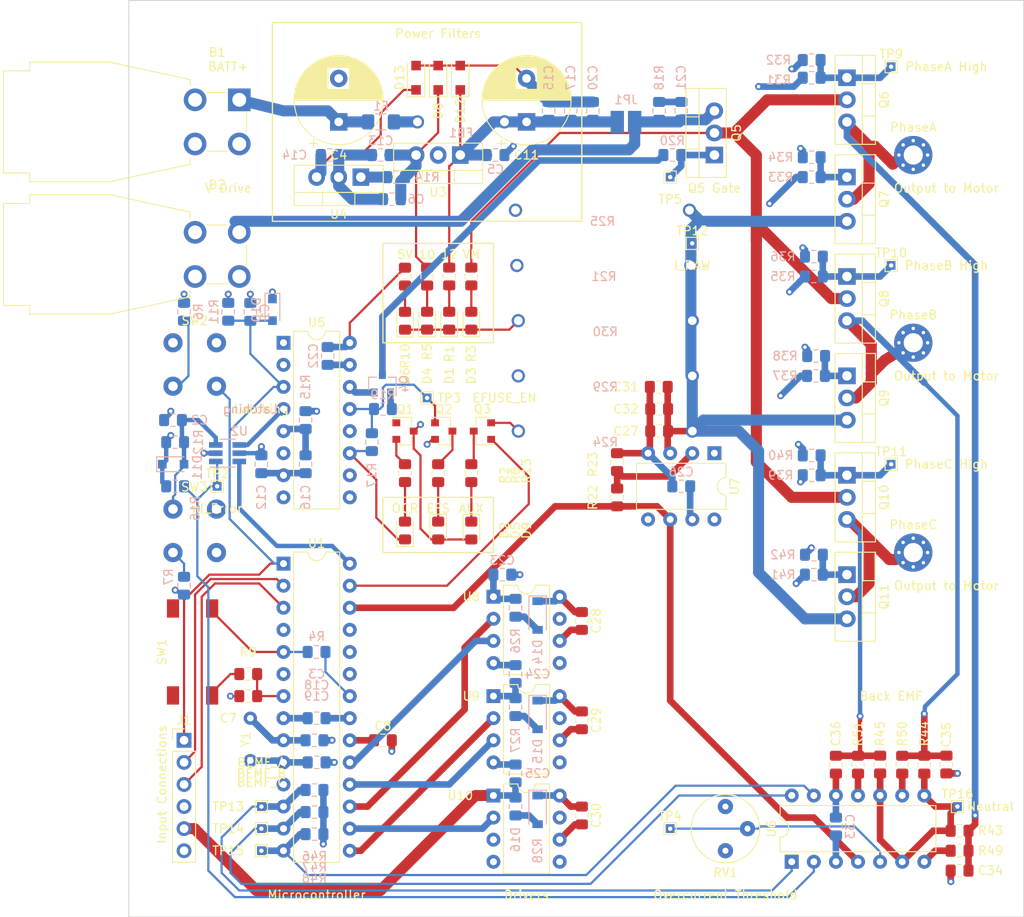
<source format=kicad_pcb>
(kicad_pcb (version 20171130) (host pcbnew "(5.1.0-0)")
  (layers (0 F.Cu signal) (1 In1.Cu power hide) (2 In2.Cu power hide) (31 B.Cu signal hide) (34 B.Paste user hide) (35 F.Paste user) (36 B.SilkS user hide) (37 F.SilkS user) (38 B.Mask user hide) (39 F.Mask user) (44 Edge.Cuts user))
  (net 0 "")
  (net 1 GNDD)
  (net 2 /nRESET)
  (net 3 /nESTOP)
  (net 4 "Net-(C3-Pad1)")
  (net 5 +BATT)
  (net 6 +12V)
  (net 7 +10V)
  (net 8 +5V)
  (net 9 "Net-(C16-Pad1)")
  (net 10 "Net-(C18-Pad2)")
  (net 11 "Net-(C19-Pad1)")
  (net 12 "Net-(C21-Pad2)")
  (net 13 /I_RAW)
  (net 14 PhaseA)
  (net 15 "Net-(C28-Pad1)")
  (net 16 PhaseB)
  (net 17 "Net-(C29-Pad1)")
  (net 18 PhaseC)
  (net 19 "Net-(C30-Pad1)")
  (net 20 "Net-(D1-Pad2)")
  (net 21 "Net-(D2-Pad2)")
  (net 22 "Net-(D3-Pad2)")
  (net 23 "Net-(D4-Pad2)")
  (net 24 "Net-(D5-Pad1)")
  (net 25 "Net-(D6-Pad2)")
  (net 26 "Net-(D9-Pad1)")
  (net 27 "Net-(D14-Pad2)")
  (net 28 "Net-(D15-Pad2)")
  (net 29 "Net-(D16-Pad2)")
  (net 30 "Net-(F1-Pad1)")
  (net 31 /TXD)
  (net 32 /RXD)
  (net 33 VBUS)
  (net 34 /nI_ERROR)
  (net 35 /EFUSE_EN)
  (net 36 /AUX_OUT)
  (net 37 "Net-(Q4-Pad3)")
  (net 38 "Net-(Q6-Pad1)")
  (net 39 "Net-(Q7-Pad1)")
  (net 40 "Net-(Q8-Pad1)")
  (net 41 "Net-(Q9-Pad1)")
  (net 42 "Net-(Q10-Pad1)")
  (net 43 "Net-(Q11-Pad1)")
  (net 44 /AUX_IN)
  (net 45 "Net-(R6-Pad1)")
  (net 46 "Net-(R7-Pad1)")
  (net 47 "Net-(R9-Pad2)")
  (net 48 "Net-(R14-Pad1)")
  (net 49 /nI_ERR)
  (net 50 "Net-(R22-Pad2)")
  (net 51 /I_SENSE)
  (net 52 "Net-(R31-Pad2)")
  (net 53 "Net-(R33-Pad2)")
  (net 54 "Net-(R35-Pad2)")
  (net 55 "Net-(R37-Pad2)")
  (net 56 "Net-(R39-Pad2)")
  (net 57 "Net-(R41-Pad2)")
  (net 58 /NEUTRAL)
  (net 59 /BEMF_A)
  (net 60 /BEMF_B)
  (net 61 /BEMF_C)
  (net 62 "Net-(RV1-Pad2)")
  (net 63 /MCU_A_EN)
  (net 64 /nMCU_ERR)
  (net 65 /MCU_C_EN)
  (net 66 /MCU_B_EN)
  (net 67 "Net-(U1-Pad4)")
  (net 68 /MCU_C_SIG)
  (net 69 /MCU_B_SIG)
  (net 70 /MCU_A_SIG)
  (net 71 "Net-(U2-Pad4)")
  (net 72 "Net-(U5-Pad10)")
  (net 73 "Net-(U5-Pad2)")
  (net 74 "Net-(U5-Pad9)")
  (net 75 "Net-(U5-Pad1)")
  (net 76 "Net-(U7-Pad8)")
  (net 77 "Net-(U7-Pad5)")
  (net 78 "Net-(U7-Pad1)")
  (net 79 Vdrive)
  (net 80 "Net-(R49-Pad2)")
  (net 81 "Net-(R50-Pad2)")
  (net 82 "Net-(R51-Pad2)")
  (net 83 "Net-(Q4-Pad1)")
  (net 84 "Net-(Q1-Pad2)")
  (net 85 "Net-(U1-Pad25)")
  (net 86 "Net-(U1-Pad24)")
  (net 87 "Net-(U1-Pad6)")
  (net 88 "Net-(Q2-Pad3)")
  (net 89 "Net-(Q3-Pad3)")
  (net 90 "Net-(U1-Pad11)")
  (module MountingHole:MountingHole_2.2mm_M2 (layer F.Cu) (at 100.5 38.1)
    (fp_text reference MH1 hide)
    (fp_text value MountingHole_Top_Left)
    (pad 1 np_thru_hole circle (at 0 0) (size 2.2 2.2) (drill 2.2) (layers *.Cu *.Mask))
  )
  (module MountingHole:MountingHole_2.2mm_M2 (layer F.Cu) (at 198 38)
    (fp_text reference MH2 hide)
    (fp_text value MountingHole_Top_Right)
    (pad 1 np_thru_hole circle (at 0 0) (size 2.2 2.2) (drill 2.2) (layers *.Cu *.Mask))
  )
  (module MountingHole:MountingHole_2.2mm_M2 (layer F.Cu) (at 198 138.5)
    (fp_text reference MH3 hide)
    (fp_text value MountingHole_Bottom_Right)
    (pad 1 np_thru_hole circle (at 0 0) (size 2.2 2.2) (drill 2.2) (layers *.Cu *.Mask))
  )
  (module MountingHole:MountingHole_2.2mm_M2 (layer F.Cu) (at 100.33 138.5)
    (fp_text reference MH4 hide)
    (fp_text value MountingHole_Bottom_Left)
    (pad 1 np_thru_hole circle (at 0 0) (size 2.2 2.2) (drill 2.2) (layers *.Cu *.Mask))
  )
  (module Connector:CalTest_CT3151 (layer F.Cu) (at 105.41 62.23)
    (fp_text reference B2 (at 2.54 -5.46) (layer F.SilkS))
    (fp_text value CalTest_CT3151)
    (pad 1 thru_hole circle (at 5.08 5.08) (size 2.6 2.6) (drill 1.6) (layers *.Cu *.Mask) (net 1 GNDD))
    (pad 1 thru_hole circle (at 5.08 0) (size 2.6 2.6) (drill 1.6) (layers *.Cu *.Mask) (net 79 Vdrive))
    (pad MP thru_hole circle (at 0 5.08) (size 2.6 2.6) (drill 1.6) (layers *.Cu *.Mask))
    (pad MP thru_hole circle (at 0 0) (size 2.6 2.6) (drill 1.6) (layers *.Cu *.Mask))
  )
  (module Connector:CalTest_CT3151 (layer F.Cu) (at 105.41 46.99)
    (fp_text reference B1 (at 2.54 -5.46) (layer F.SilkS))
    (fp_text value Banana_Jack)
    (pad 2 thru_hole circle (at 5.08 5.08) (size 2.6 2.6) (drill 1.6) (layers *.Cu *.Mask) (net 1 GNDD))
    (pad 1 thru_hole rect (at 5.08 0) (size 2.6 2.6) (drill 1.6) (layers *.Cu *.Mask) (net 5 +BATT))
    (pad MP thru_hole circle (at 0 5.08) (size 2.6 2.6) (drill 1.6) (layers *.Cu *.Mask))
    (pad MP thru_hole circle (at 0 0) (size 2.6 2.6) (drill 1.6) (layers *.Cu *.Mask))
  )
  (module MountingHole:MountingHole_2.2mm_M2_Pad_Via (layer F.Cu) (at 187.96 53.34)
    (fp_text reference PhaseA (at 0 -3.2) (layer F.SilkS))
    (fp_text value MountingHole_2.2mm_M2_Pad_Via)
    (pad 1 thru_hole circle (at 1.166726 -1.166726) (size 0.7 0.7) (drill 0.4) (layers *.Cu *.Mask) (net 14 PhaseA))
    (pad 1 thru_hole circle (at 0 -1.65) (size 0.7 0.7) (drill 0.4) (layers *.Cu *.Mask) (net 14 PhaseA))
    (pad 1 thru_hole circle (at -1.166726 -1.166726) (size 0.7 0.7) (drill 0.4) (layers *.Cu *.Mask) (net 14 PhaseA))
    (pad 1 thru_hole circle (at -1.65 0) (size 0.7 0.7) (drill 0.4) (layers *.Cu *.Mask) (net 14 PhaseA))
    (pad 1 thru_hole circle (at -1.166726 1.166726) (size 0.7 0.7) (drill 0.4) (layers *.Cu *.Mask) (net 14 PhaseA))
    (pad 1 thru_hole circle (at 0 1.65) (size 0.7 0.7) (drill 0.4) (layers *.Cu *.Mask) (net 14 PhaseA))
    (pad 1 thru_hole circle (at 1.166726 1.166726) (size 0.7 0.7) (drill 0.4) (layers *.Cu *.Mask) (net 14 PhaseA))
    (pad 1 thru_hole circle (at 1.65 0) (size 0.7 0.7) (drill 0.4) (layers *.Cu *.Mask) (net 14 PhaseA))
    (pad 1 thru_hole circle (at 0 0) (size 4.4 4.4) (drill 2.2) (layers *.Cu *.Mask) (net 14 PhaseA))
  )
  (module MountingHole:MountingHole_2.2mm_M2_Pad_Via (layer F.Cu) (at 187.96 74.93)
    (fp_text reference PhaseB (at 0 -3.2) (layer F.SilkS))
    (fp_text value MountingHole_2.2mm_M2_Pad_Via hide)
    (pad 1 thru_hole circle (at 1.166726 -1.166726) (size 0.7 0.7) (drill 0.4) (layers *.Cu *.Mask) (net 16 PhaseB))
    (pad 1 thru_hole circle (at 0 -1.65) (size 0.7 0.7) (drill 0.4) (layers *.Cu *.Mask) (net 16 PhaseB))
    (pad 1 thru_hole circle (at -1.166726 -1.166726) (size 0.7 0.7) (drill 0.4) (layers *.Cu *.Mask) (net 16 PhaseB))
    (pad 1 thru_hole circle (at -1.65 0) (size 0.7 0.7) (drill 0.4) (layers *.Cu *.Mask) (net 16 PhaseB))
    (pad 1 thru_hole circle (at -1.166726 1.166726) (size 0.7 0.7) (drill 0.4) (layers *.Cu *.Mask) (net 16 PhaseB))
    (pad 1 thru_hole circle (at 0 1.65) (size 0.7 0.7) (drill 0.4) (layers *.Cu *.Mask) (net 16 PhaseB))
    (pad 1 thru_hole circle (at 1.166726 1.166726) (size 0.7 0.7) (drill 0.4) (layers *.Cu *.Mask) (net 16 PhaseB))
    (pad 1 thru_hole circle (at 1.65 0) (size 0.7 0.7) (drill 0.4) (layers *.Cu *.Mask) (net 16 PhaseB))
    (pad 1 thru_hole circle (at 0 0) (size 4.4 4.4) (drill 2.2) (layers *.Cu *.Mask) (net 16 PhaseB))
  )
  (module MountingHole:MountingHole_2.2mm_M2_Pad_Via (layer F.Cu) (at 187.96 99.06)
    (fp_text reference PhaseC (at 0 -3.2) (layer F.SilkS))
    (fp_text value MountingHole_2.2mm_M2_Pad_Via hide)
    (pad 1 thru_hole circle (at 1.166726 -1.166726) (size 0.7 0.7) (drill 0.4) (layers *.Cu *.Mask) (net 18 PhaseC))
    (pad 1 thru_hole circle (at 0 -1.65) (size 0.7 0.7) (drill 0.4) (layers *.Cu *.Mask) (net 18 PhaseC))
    (pad 1 thru_hole circle (at -1.166726 -1.166726) (size 0.7 0.7) (drill 0.4) (layers *.Cu *.Mask) (net 18 PhaseC))
    (pad 1 thru_hole circle (at -1.65 0) (size 0.7 0.7) (drill 0.4) (layers *.Cu *.Mask) (net 18 PhaseC))
    (pad 1 thru_hole circle (at -1.166726 1.166726) (size 0.7 0.7) (drill 0.4) (layers *.Cu *.Mask) (net 18 PhaseC))
    (pad 1 thru_hole circle (at 0 1.65) (size 0.7 0.7) (drill 0.4) (layers *.Cu *.Mask) (net 18 PhaseC))
    (pad 1 thru_hole circle (at 1.166726 1.166726) (size 0.7 0.7) (drill 0.4) (layers *.Cu *.Mask) (net 18 PhaseC))
    (pad 1 thru_hole circle (at 1.65 0) (size 0.7 0.7) (drill 0.4) (layers *.Cu *.Mask) (net 18 PhaseC))
    (pad 1 thru_hole circle (at 0 0) (size 4.4 4.4) (drill 2.2) (layers *.Cu *.Mask) (net 18 PhaseC))
  )
  (module Button_Switch_THT:Pushbutton_Switch_TH (layer F.Cu) (at 107.87 96.56 90)
    (fp_text reference SW3 (at 5.04 -2.54 180) (layer F.SilkS))
    (fp_text value "D6C40 F1 LFS")
    (pad 4 thru_hole circle (at 2.5 0 90) (size 2.2 2.2) (drill 1.1) (layers *.Cu *.Mask))
    (pad 2 thru_hole circle (at 2.5 -5 90) (size 2.2 2.2) (drill 1.1) (layers *.Cu *.Mask) (net 3 /nESTOP))
    (pad 1 thru_hole circle (at -2.5 -5 90) (size 2.2 2.2) (drill 1.1) (layers *.Cu *.Mask) (net 46 "Net-(R7-Pad1)"))
    (pad 3 thru_hole circle (at -2.5 0 90) (size 2.2 2.2) (drill 1.1) (layers *.Cu *.Mask))
  )
  (module Package_TO_SOT_SMD:SOT-23 (layer F.Cu) (at 138.44 85.09 180)
    (fp_text reference Q3 (at 0 2.54) (layer F.SilkS))
    (fp_text value DMN65D8L-7)
    (pad 3 smd rect (at 1 0 180) (size 0.9 0.8) (layers F.Cu F.Paste F.Mask) (net 89 "Net-(Q3-Pad3)"))
    (pad 2 smd rect (at -1 0.95 180) (size 0.9 0.8) (layers F.Cu F.Paste F.Mask) (net 1 GNDD))
    (pad 1 smd rect (at -1 -0.95 180) (size 0.9 0.8) (layers F.Cu F.Paste F.Mask) (net 36 /AUX_OUT))
  )
  (module Package_TO_SOT_SMD:SOT-23 (layer F.Cu) (at 133.99 85.09)
    (fp_text reference Q2 (at 0 -2.5) (layer F.SilkS))
    (fp_text value DMN65D8L-7)
    (pad 3 smd rect (at 1 0) (size 0.9 0.8) (layers F.Cu F.Paste F.Mask) (net 88 "Net-(Q2-Pad3)"))
    (pad 2 smd rect (at -1 0.95) (size 0.9 0.8) (layers F.Cu F.Paste F.Mask) (net 1 GNDD))
    (pad 1 smd rect (at -1 -0.95) (size 0.9 0.8) (layers F.Cu F.Paste F.Mask) (net 35 /EFUSE_EN))
  )
  (module Package_TO_SOT_SMD:SOT-23 (layer F.Cu) (at 129.54 85.09)
    (fp_text reference Q1 (at 0 -2.5) (layer F.SilkS))
    (fp_text value 2N7002E)
    (pad 3 smd rect (at 1 0) (size 0.9 0.8) (layers F.Cu F.Paste F.Mask) (net 8 +5V))
    (pad 2 smd rect (at -1 0.95) (size 0.9 0.8) (layers F.Cu F.Paste F.Mask) (net 84 "Net-(Q1-Pad2)"))
    (pad 1 smd rect (at -1 -0.95) (size 0.9 0.8) (layers F.Cu F.Paste F.Mask) (net 34 /nI_ERROR))
  )
  (module Package_TO_SOT_SMD:SOT-23 (layer B.Cu) (at 126.939 79.645 90)
    (fp_text reference Q4 (at 0 2.5 90) (layer B.SilkS) (effects (justify mirror)))
    (fp_text value MMBT3904)
    (pad 3 smd rect (at 1 0 90) (size 0.9 0.8) (layers B.Cu B.Paste B.Mask) (net 37 "Net-(Q4-Pad3)"))
    (pad 2 smd rect (at -1 -0.95 90) (size 0.9 0.8) (layers B.Cu B.Paste B.Mask) (net 1 GNDD))
    (pad 1 smd rect (at -1 0.95 90) (size 0.9 0.8) (layers B.Cu B.Paste B.Mask) (net 83 "Net-(Q4-Pad1)"))
  )
  (module Diode_SMD:D_SOD-323_HandSoldering (layer B.Cu) (at 102.89 88.9)
    (fp_text reference D11 (at 2.774 0.381 90) (layer B.SilkS) (effects (justify mirror)))
    (fp_text value BAT54HT1G)
    (pad 2 smd rect (at 1.25 0) (size 1 1) (layers B.Cu B.Paste B.Mask) (net 3 /nESTOP))
    (pad 1 smd rect (at -1.25 0) (size 1 1) (layers B.Cu B.Paste B.Mask) (net 8 +5V))
  )
  (module Diode_SMD:D_SOD-323_HandSoldering (layer B.Cu) (at 114.3 71.14 270)
    (fp_text reference D10 (at 0 1.85 90) (layer B.SilkS) (effects (justify mirror)))
    (fp_text value BAT54HT1G)
    (pad 2 smd rect (at 1.25 0 270) (size 1 1) (layers B.Cu B.Paste B.Mask) (net 2 /nRESET))
    (pad 1 smd rect (at -1.25 0 270) (size 1 1) (layers B.Cu B.Paste B.Mask) (net 8 +5V))
  )
  (module Diode_SMD:D_SOD-123F (layer F.Cu) (at 130.81 44.45 90)
    (fp_text reference D13 (at 0 -1.905 90) (layer F.SilkS))
    (fp_text value SMF5.0A)
    (pad 2 smd rect (at 1.4 0 90) (size 1.1 1.1) (layers F.Cu F.Paste F.Mask) (net 1 GNDD))
    (pad 1 smd rect (at -1.4 0 90) (size 1.1 1.1) (layers F.Cu F.Paste F.Mask) (net 8 +5V))
  )
  (module Diode_SMD:D_SOD-123F (layer F.Cu) (at 135.89 44.45 90)
    (fp_text reference D12 (at -3.81 0 90) (layer F.SilkS))
    (fp_text value SMF12A)
    (pad 2 smd rect (at 1.4 0 90) (size 1.1 1.1) (layers F.Cu F.Paste F.Mask) (net 1 GNDD))
    (pad 1 smd rect (at -1.4 0 90) (size 1.1 1.1) (layers F.Cu F.Paste F.Mask) (net 6 +12V))
  )
  (module Diode_SMD:D_SOD-123F (layer F.Cu) (at 133.35 44.45 90)
    (fp_text reference D8 (at -3.81 0 90) (layer F.SilkS))
    (fp_text value SMF10A)
    (pad 2 smd rect (at 1.4 0 90) (size 1.1 1.1) (layers F.Cu F.Paste F.Mask) (net 1 GNDD))
    (pad 1 smd rect (at -1.4 0 90) (size 1.1 1.1) (layers F.Cu F.Paste F.Mask) (net 7 +10V))
  )
  (module Capacitor_SMD:C_0805_2012Metric_Pad1.15x1.40mm_HandSolder (layer B.Cu) (at 128.025 58.42 180)
    (fp_text reference C6 (at -2.785 0) (layer B.SilkS) (effects (justify mirror)))
    (fp_text value 0.22uF)
    (pad 2 smd roundrect (at 1.025 0 180) (size 1.15 1.4) (layers B.Cu B.Paste B.Mask) (roundrect_rratio 0.217391) (net 1 GNDD))
    (pad 1 smd roundrect (at -1.025 0 180) (size 1.15 1.4) (layers B.Cu B.Paste B.Mask) (roundrect_rratio 0.217391) (net 7 +10V))
  )
  (module Capacitor_SMD:C_0805_2012Metric_Pad1.15x1.40mm_HandSolder (layer B.Cu) (at 139.945 53.34)
    (fp_text reference C5 (at 0 1.65) (layer B.SilkS) (effects (justify mirror)))
    (fp_text value 0.33uF)
    (pad 2 smd roundrect (at 1.025 0) (size 1.15 1.4) (layers B.Cu B.Paste B.Mask) (roundrect_rratio 0.217391) (net 1 GNDD))
    (pad 1 smd roundrect (at -1.025 0) (size 1.15 1.4) (layers B.Cu B.Paste B.Mask) (roundrect_rratio 0.217391) (net 6 +12V))
  )
  (module Diode_SMD:D_SOD-123 (layer B.Cu) (at 144.78 128.65 270)
    (fp_text reference D16 (at 3.43 2.54 90) (layer B.SilkS) (effects (justify mirror)))
    (fp_text value 1N5819)
    (pad 2 smd rect (at 1.65 0 270) (size 0.9 1.2) (layers B.Cu B.Paste B.Mask) (net 29 "Net-(D16-Pad2)"))
    (pad 1 smd rect (at -1.65 0 270) (size 0.9 1.2) (layers B.Cu B.Paste B.Mask) (net 19 "Net-(C30-Pad1)"))
  )
  (module Diode_SMD:D_SOD-123 (layer B.Cu) (at 144.78 117.73 270)
    (fp_text reference D15 (at 4.19 0 90) (layer B.SilkS) (effects (justify mirror)))
    (fp_text value 1N5819)
    (pad 2 smd rect (at 1.65 0 270) (size 0.9 1.2) (layers B.Cu B.Paste B.Mask) (net 28 "Net-(D15-Pad2)"))
    (pad 1 smd rect (at -1.65 0 270) (size 0.9 1.2) (layers B.Cu B.Paste B.Mask) (net 17 "Net-(C29-Pad1)"))
  )
  (module Diode_SMD:D_SOD-123 (layer B.Cu) (at 144.78 106.3 270)
    (fp_text reference D14 (at 4.19 0 90) (layer B.SilkS) (effects (justify mirror)))
    (fp_text value 1N5819)
    (pad 2 smd rect (at 1.65 0 270) (size 0.9 1.2) (layers B.Cu B.Paste B.Mask) (net 27 "Net-(D14-Pad2)"))
    (pad 1 smd rect (at -1.65 0 270) (size 0.9 1.2) (layers B.Cu B.Paste B.Mask) (net 15 "Net-(C28-Pad1)"))
  )
  (module Resistor_SMD:R_0805_2012Metric_Pad1.15x1.40mm_HandSolder (layer F.Cu) (at 181.61 123.453 270)
    (fp_text reference R51 (at -3.565 0 90) (layer F.SilkS))
    (fp_text value 1K)
    (pad 2 smd roundrect (at 1.025 0 270) (size 1.15 1.4) (layers F.Cu F.Paste F.Mask) (roundrect_rratio 0.217391) (net 82 "Net-(R51-Pad2)"))
    (pad 1 smd roundrect (at -1.025 0 270) (size 1.15 1.4) (layers F.Cu F.Paste F.Mask) (roundrect_rratio 0.217391) (net 18 PhaseC))
  )
  (module Resistor_SMD:R_0805_2012Metric_Pad1.15x1.40mm_HandSolder (layer F.Cu) (at 186.69 123.453 270)
    (fp_text reference R50 (at -3.565 0 90) (layer F.SilkS))
    (fp_text value 1K)
    (pad 2 smd roundrect (at 1.025 0 270) (size 1.15 1.4) (layers F.Cu F.Paste F.Mask) (roundrect_rratio 0.217391) (net 81 "Net-(R50-Pad2)"))
    (pad 1 smd roundrect (at -1.025 0 270) (size 1.15 1.4) (layers F.Cu F.Paste F.Mask) (roundrect_rratio 0.217) (net 16 PhaseB))
  )
  (module Resistor_SMD:R_0805_2012Metric_Pad1.15x1.40mm_HandSolder (layer F.Cu) (at 193.285 133.35 180)
    (fp_text reference R49 (at -3.565 0 180) (layer F.SilkS))
    (fp_text value 1K)
    (pad 2 smd roundrect (at 1.025 0 180) (size 1.15 1.4) (layers F.Cu F.Paste F.Mask) (roundrect_rratio 0.217391) (net 80 "Net-(R49-Pad2)"))
    (pad 1 smd roundrect (at -1.025 0 180) (size 1.15 1.4) (layers F.Cu F.Paste F.Mask) (roundrect_rratio 0.217391) (net 14 PhaseA))
  )
  (module Capacitor_SMD:C_0805_2012Metric_Pad1.15x1.40mm_HandSolder (layer F.Cu) (at 179.07 123.453 270)
    (fp_text reference C36 (at -3.565 0 270) (layer F.SilkS))
    (fp_text value 0.47uF)
    (pad 2 smd roundrect (at 1.025 0 270) (size 1.15 1.4) (layers F.Cu F.Paste F.Mask) (roundrect_rratio 0.217391) (net 1 GNDD))
    (pad 1 smd roundrect (at -1.025 0 270) (size 1.15 1.4) (layers F.Cu F.Paste F.Mask) (roundrect_rratio 0.217391) (net 18 PhaseC))
  )
  (module Capacitor_SMD:C_0805_2012Metric_Pad1.15x1.40mm_HandSolder (layer F.Cu) (at 191.77 123.435 270)
    (fp_text reference C35 (at -3.42 0 270) (layer F.SilkS))
    (fp_text value 0.47uF)
    (pad 2 smd roundrect (at 1.025 0 270) (size 1.15 1.4) (layers F.Cu F.Paste F.Mask) (roundrect_rratio 0.217391) (net 1 GNDD))
    (pad 1 smd roundrect (at -1.025 0 270) (size 1.15 1.4) (layers F.Cu F.Paste F.Mask) (roundrect_rratio 0.217) (net 16 PhaseB))
  )
  (module Capacitor_SMD:C_0805_2012Metric_Pad1.15x1.40mm_HandSolder (layer F.Cu) (at 193.285 135.636 180)
    (fp_text reference C34 (at -3.565 0) (layer F.SilkS))
    (fp_text value 0.47uF)
    (pad 2 smd roundrect (at 1.025 0 180) (size 1.15 1.4) (layers F.Cu F.Paste F.Mask) (roundrect_rratio 0.217391) (net 1 GNDD))
    (pad 1 smd roundrect (at -1.025 0 180) (size 1.15 1.4) (layers F.Cu F.Paste F.Mask) (roundrect_rratio 0.217391) (net 14 PhaseA))
  )
  (module Package_DIP:DIP-8_W7.62mm (layer F.Cu) (at 139.7 127)
    (fp_text reference U10 (at -3.81 0) (layer F.SilkS))
    (fp_text value IRS2004)
    (pad 8 thru_hole oval (at 7.62 0) (size 1.6 1.6) (drill 0.8) (layers *.Cu *.Mask) (net 19 "Net-(C30-Pad1)"))
    (pad 4 thru_hole oval (at 0 7.62) (size 1.6 1.6) (drill 0.8) (layers *.Cu *.Mask) (net 1 GNDD))
    (pad 7 thru_hole oval (at 7.62 2.54) (size 1.6 1.6) (drill 0.8) (layers *.Cu *.Mask) (net 56 "Net-(R39-Pad2)"))
    (pad 3 thru_hole oval (at 0 5.08) (size 1.6 1.6) (drill 0.8) (layers *.Cu *.Mask) (net 65 /MCU_C_EN))
    (pad 6 thru_hole oval (at 7.62 5.08) (size 1.6 1.6) (drill 0.8) (layers *.Cu *.Mask) (net 18 PhaseC))
    (pad 2 thru_hole oval (at 0 2.54) (size 1.6 1.6) (drill 0.8) (layers *.Cu *.Mask) (net 68 /MCU_C_SIG))
    (pad 5 thru_hole oval (at 7.62 7.62) (size 1.6 1.6) (drill 0.8) (layers *.Cu *.Mask) (net 57 "Net-(R41-Pad2)"))
    (pad 1 thru_hole rect (at 0 0) (size 1.6 1.6) (drill 0.8) (layers *.Cu *.Mask) (net 7 +10V))
  )
  (module Package_DIP:DIP-8_W7.62mm (layer F.Cu) (at 139.7 115.57)
    (fp_text reference U9 (at -2.54 0) (layer F.SilkS))
    (fp_text value IRS2004)
    (pad 8 thru_hole oval (at 7.62 0) (size 1.6 1.6) (drill 0.8) (layers *.Cu *.Mask) (net 17 "Net-(C29-Pad1)"))
    (pad 4 thru_hole oval (at 0 7.62) (size 1.6 1.6) (drill 0.8) (layers *.Cu *.Mask) (net 1 GNDD))
    (pad 7 thru_hole oval (at 7.62 2.54) (size 1.6 1.6) (drill 0.8) (layers *.Cu *.Mask) (net 54 "Net-(R35-Pad2)"))
    (pad 3 thru_hole oval (at 0 5.08) (size 1.6 1.6) (drill 0.8) (layers *.Cu *.Mask) (net 66 /MCU_B_EN))
    (pad 6 thru_hole oval (at 7.62 5.08) (size 1.6 1.6) (drill 0.8) (layers *.Cu *.Mask) (net 16 PhaseB))
    (pad 2 thru_hole oval (at 0 2.54) (size 1.6 1.6) (drill 0.8) (layers *.Cu *.Mask) (net 69 /MCU_B_SIG))
    (pad 5 thru_hole oval (at 7.62 7.62) (size 1.6 1.6) (drill 0.8) (layers *.Cu *.Mask) (net 55 "Net-(R37-Pad2)"))
    (pad 1 thru_hole rect (at 0 0) (size 1.6 1.6) (drill 0.8) (layers *.Cu *.Mask) (net 7 +10V))
  )
  (module Package_DIP:DIP-8_W7.62mm (layer F.Cu) (at 139.7 104.14)
    (fp_text reference U8 (at -2.54 0) (layer F.SilkS))
    (fp_text value IRS2004)
    (pad 8 thru_hole oval (at 7.62 0) (size 1.6 1.6) (drill 0.8) (layers *.Cu *.Mask) (net 15 "Net-(C28-Pad1)"))
    (pad 4 thru_hole oval (at 0 7.62) (size 1.6 1.6) (drill 0.8) (layers *.Cu *.Mask) (net 1 GNDD))
    (pad 7 thru_hole oval (at 7.62 2.54) (size 1.6 1.6) (drill 0.8) (layers *.Cu *.Mask) (net 52 "Net-(R31-Pad2)"))
    (pad 3 thru_hole oval (at 0 5.08) (size 1.6 1.6) (drill 0.8) (layers *.Cu *.Mask) (net 63 /MCU_A_EN))
    (pad 6 thru_hole oval (at 7.62 5.08) (size 1.6 1.6) (drill 0.8) (layers *.Cu *.Mask) (net 14 PhaseA))
    (pad 2 thru_hole oval (at 0 2.54) (size 1.6 1.6) (drill 0.8) (layers *.Cu *.Mask) (net 70 /MCU_A_SIG))
    (pad 5 thru_hole oval (at 7.62 7.62) (size 1.6 1.6) (drill 0.8) (layers *.Cu *.Mask) (net 53 "Net-(R33-Pad2)"))
    (pad 1 thru_hole rect (at 0 0) (size 1.6 1.6) (drill 0.8) (layers *.Cu *.Mask) (net 7 +10V))
  )
  (module Potentiometer_THT:Potentiometer_Bourns_3339P_Vertical_HandSoldering (layer F.Cu) (at 166.37 128.27 180)
    (fp_text reference RV1 (at 0 -7.6) (layer F.SilkS))
    (fp_text value 100K)
    (pad 1 thru_hole circle (at 0 0 180) (size 1.75 1.75) (drill 0.7) (layers *.Cu *.Mask) (net 8 +5V))
    (pad 2 thru_hole circle (at -2.54 -2.54 180) (size 1.75 1.75) (drill 0.7) (layers *.Cu *.Mask) (net 62 "Net-(RV1-Pad2)"))
    (pad 3 thru_hole circle (at 0 -5.08 180) (size 1.75 1.75) (drill 0.7) (layers *.Cu *.Mask) (net 1 GNDD))
  )
  (module Crystal:Crystal_16MHz_TH (layer F.Cu) (at 111.76 120.55 270)
    (fp_text reference Y1 (at 0 0.5 90) (layer F.SilkS))
    (fp_text value 9B-16.000MBBK-B)
    (pad 1 thru_hole circle (at -2.44 0 270) (size 1.524 1.524) (drill 0.762) (layers *.Cu *.Mask) (net 10 "Net-(C18-Pad2)"))
    (pad 2 thru_hole circle (at 2.44 0 270) (size 1.524 1.524) (drill 0.762) (layers *.Cu *.Mask) (net 11 "Net-(C19-Pad1)"))
  )
  (module Package_DIP:DIP-8_W7.62mm (layer F.Cu) (at 165.1 87.63 270)
    (fp_text reference U7 (at 3.81 -2.33 90) (layer F.SilkS))
    (fp_text value MCP601-xP)
    (pad 8 thru_hole oval (at 7.62 0 270) (size 1.6 1.6) (drill 0.8) (layers *.Cu *.Mask) (net 76 "Net-(U7-Pad8)"))
    (pad 4 thru_hole oval (at 0 7.62 270) (size 1.6 1.6) (drill 0.8) (layers *.Cu *.Mask) (net 1 GNDD))
    (pad 7 thru_hole oval (at 7.62 2.54 270) (size 1.6 1.6) (drill 0.8) (layers *.Cu *.Mask) (net 8 +5V))
    (pad 3 thru_hole oval (at 0 5.08 270) (size 1.6 1.6) (drill 0.8) (layers *.Cu *.Mask) (net 13 /I_RAW))
    (pad 6 thru_hole oval (at 7.62 5.08 270) (size 1.6 1.6) (drill 0.8) (layers *.Cu *.Mask) (net 51 /I_SENSE))
    (pad 2 thru_hole oval (at 0 2.54 270) (size 1.6 1.6) (drill 0.8) (layers *.Cu *.Mask) (net 50 "Net-(R22-Pad2)"))
    (pad 5 thru_hole oval (at 7.62 7.62 270) (size 1.6 1.6) (drill 0.8) (layers *.Cu *.Mask) (net 77 "Net-(U7-Pad5)"))
    (pad 1 thru_hole rect (at 0 0 270) (size 1.6 1.6) (drill 0.8) (layers *.Cu *.Mask) (net 78 "Net-(U7-Pad1)"))
  )
  (module Package_DIP:DIP-14_W7.62mm (layer F.Cu) (at 173.99 134.62 90)
    (fp_text reference U6 (at 3.81 -2.33 90) (layer F.SilkS))
    (fp_text value LM339)
    (pad 14 thru_hole oval (at 7.62 0 90) (size 1.6 1.6) (drill 0.8) (layers *.Cu *.Mask) (net 60 /BEMF_B))
    (pad 7 thru_hole oval (at 0 15.24 90) (size 1.6 1.6) (drill 0.8) (layers *.Cu *.Mask) (net 80 "Net-(R49-Pad2)"))
    (pad 13 thru_hole oval (at 7.62 2.54 90) (size 1.6 1.6) (drill 0.8) (layers *.Cu *.Mask) (net 61 /BEMF_C))
    (pad 6 thru_hole oval (at 0 12.7 90) (size 1.6 1.6) (drill 0.8) (layers *.Cu *.Mask) (net 58 /NEUTRAL))
    (pad 12 thru_hole oval (at 7.62 5.08 90) (size 1.6 1.6) (drill 0.8) (layers *.Cu *.Mask) (net 1 GNDD))
    (pad 5 thru_hole oval (at 0 10.16 90) (size 1.6 1.6) (drill 0.8) (layers *.Cu *.Mask) (net 62 "Net-(RV1-Pad2)"))
    (pad 11 thru_hole oval (at 7.62 7.62 90) (size 1.6 1.6) (drill 0.8) (layers *.Cu *.Mask) (net 82 "Net-(R51-Pad2)"))
    (pad 4 thru_hole oval (at 0 7.62 90) (size 1.6 1.6) (drill 0.8) (layers *.Cu *.Mask) (net 51 /I_SENSE))
    (pad 10 thru_hole oval (at 7.62 10.16 90) (size 1.6 1.6) (drill 0.8) (layers *.Cu *.Mask) (net 58 /NEUTRAL))
    (pad 3 thru_hole oval (at 0 5.08 90) (size 1.6 1.6) (drill 0.8) (layers *.Cu *.Mask) (net 8 +5V))
    (pad 9 thru_hole oval (at 7.62 12.7 90) (size 1.6 1.6) (drill 0.8) (layers *.Cu *.Mask) (net 81 "Net-(R50-Pad2)"))
    (pad 2 thru_hole oval (at 0 2.54 90) (size 1.6 1.6) (drill 0.8) (layers *.Cu *.Mask) (net 49 /nI_ERR))
    (pad 8 thru_hole oval (at 7.62 15.24 90) (size 1.6 1.6) (drill 0.8) (layers *.Cu *.Mask) (net 58 /NEUTRAL))
    (pad 1 thru_hole rect (at 0 0 90) (size 1.6 1.6) (drill 0.8) (layers *.Cu *.Mask) (net 59 /BEMF_A))
  )
  (module Package_DIP:DIP-16_W7.62mm (layer F.Cu) (at 115.57 74.93)
    (fp_text reference U5 (at 3.81 -2.33) (layer F.SilkS))
    (fp_text value CD4044BE)
    (pad 16 thru_hole oval (at 7.62 0) (size 1.6 1.6) (drill 0.8) (layers *.Cu *.Mask) (net 8 +5V))
    (pad 8 thru_hole oval (at 0 17.78) (size 1.6 1.6) (drill 0.8) (layers *.Cu *.Mask) (net 1 GNDD))
    (pad 15 thru_hole oval (at 7.62 2.54) (size 1.6 1.6) (drill 0.8) (layers *.Cu *.Mask) (net 1 GNDD))
    (pad 7 thru_hole oval (at 0 15.24) (size 1.6 1.6) (drill 0.8) (layers *.Cu *.Mask) (net 1 GNDD))
    (pad 14 thru_hole oval (at 7.62 5.08) (size 1.6 1.6) (drill 0.8) (layers *.Cu *.Mask) (net 1 GNDD))
    (pad 6 thru_hole oval (at 0 12.7) (size 1.6 1.6) (drill 0.8) (layers *.Cu *.Mask) (net 1 GNDD))
    (pad 13 thru_hole oval (at 7.62 7.62) (size 1.6 1.6) (drill 0.8) (layers *.Cu *.Mask) (net 35 /EFUSE_EN))
    (pad 5 thru_hole oval (at 0 10.16) (size 1.6 1.6) (drill 0.8) (layers *.Cu *.Mask) (net 9 "Net-(C16-Pad1)"))
    (pad 12 thru_hole oval (at 7.62 10.16) (size 1.6 1.6) (drill 0.8) (layers *.Cu *.Mask) (net 1 GNDD))
    (pad 4 thru_hole oval (at 0 7.62) (size 1.6 1.6) (drill 0.8) (layers *.Cu *.Mask) (net 71 "Net-(U2-Pad4)"))
    (pad 11 thru_hole oval (at 7.62 12.7) (size 1.6 1.6) (drill 0.8) (layers *.Cu *.Mask) (net 1 GNDD))
    (pad 3 thru_hole oval (at 0 5.08) (size 1.6 1.6) (drill 0.8) (layers *.Cu *.Mask) (net 2 /nRESET))
    (pad 10 thru_hole oval (at 7.62 15.24) (size 1.6 1.6) (drill 0.8) (layers *.Cu *.Mask) (net 72 "Net-(U5-Pad10)"))
    (pad 2 thru_hole oval (at 0 2.54) (size 1.6 1.6) (drill 0.8) (layers *.Cu *.Mask) (net 73 "Net-(U5-Pad2)"))
    (pad 9 thru_hole oval (at 7.62 17.78) (size 1.6 1.6) (drill 0.8) (layers *.Cu *.Mask) (net 74 "Net-(U5-Pad9)"))
    (pad 1 thru_hole rect (at 0 0) (size 1.6 1.6) (drill 0.8) (layers *.Cu *.Mask) (net 75 "Net-(U5-Pad1)"))
  )
  (module Package_TO_SOT_THT:TO-220-3_Vertical (layer F.Cu) (at 124.46 55.88 180)
    (fp_text reference U4 (at 2.54 -4.27) (layer F.SilkS))
    (fp_text value LM7805_TO220)
    (pad 3 thru_hole oval (at 5.08 0 180) (size 1.905 2) (drill 1.1) (layers *.Cu *.Mask) (net 8 +5V))
    (pad 2 thru_hole oval (at 2.54 0 180) (size 1.905 2) (drill 1.1) (layers *.Cu *.Mask) (net 1 GNDD))
    (pad 1 thru_hole rect (at 0 0 180) (size 1.905 2) (drill 1.1) (layers *.Cu *.Mask) (net 48 "Net-(R14-Pad1)"))
  )
  (module Package_TO_SOT_THT:TO-220-3_Vertical (layer F.Cu) (at 135.89 53.34 180)
    (fp_text reference U3 (at 2.54 -4.27) (layer F.SilkS))
    (fp_text value uA7810)
    (pad 3 thru_hole oval (at 5.08 0 180) (size 1.905 2) (drill 1.1) (layers *.Cu *.Mask) (net 7 +10V))
    (pad 2 thru_hole oval (at 2.54 0 180) (size 1.905 2) (drill 1.1) (layers *.Cu *.Mask) (net 1 GNDD))
    (pad 1 thru_hole rect (at 0 0 180) (size 1.905 2) (drill 1.1) (layers *.Cu *.Mask) (net 6 +12V))
  )
  (module Package_TO_SOT_SMD:SOT-23-6_Handsoldering (layer B.Cu) (at 109.14 87.63)
    (fp_text reference U2 (at 1.35 -2.54) (layer B.SilkS) (effects (justify mirror)))
    (fp_text value SN74LVC1G11DBVR)
    (pad 5 smd rect (at 1.35 0) (size 1.56 0.65) (layers B.Cu B.Paste B.Mask) (net 8 +5V))
    (pad 6 smd rect (at 1.35 0.95) (size 1.56 0.65) (layers B.Cu B.Paste B.Mask) (net 64 /nMCU_ERR))
    (pad 4 smd rect (at 1.35 -0.95) (size 1.56 0.65) (layers B.Cu B.Paste B.Mask) (net 71 "Net-(U2-Pad4)"))
    (pad 3 smd rect (at -1.35 -0.95) (size 1.56 0.65) (layers B.Cu B.Paste B.Mask) (net 3 /nESTOP))
    (pad 2 smd rect (at -1.35 0) (size 1.56 0.65) (layers B.Cu B.Paste B.Mask) (net 1 GNDD))
    (pad 1 smd rect (at -1.35 0.95) (size 1.56 0.65) (layers B.Cu B.Paste B.Mask) (net 49 /nI_ERR))
  )
  (module Package_DIP:DIP-28_W7.62mm (layer F.Cu) (at 115.57 100.33)
    (fp_text reference U1 (at 3.81 -2.33) (layer F.SilkS))
    (fp_text value ATmega328P-PU)
    (pad 28 thru_hole oval (at 7.62 0) (size 1.6 1.6) (drill 0.8) (layers *.Cu *.Mask) (net 64 /nMCU_ERR))
    (pad 14 thru_hole oval (at 0 33.02) (size 1.6 1.6) (drill 0.8) (layers *.Cu *.Mask) (net 61 /BEMF_C))
    (pad 27 thru_hole oval (at 7.62 2.54) (size 1.6 1.6) (drill 0.8) (layers *.Cu *.Mask) (net 36 /AUX_OUT))
    (pad 13 thru_hole oval (at 0 30.48) (size 1.6 1.6) (drill 0.8) (layers *.Cu *.Mask) (net 60 /BEMF_B))
    (pad 26 thru_hole oval (at 7.62 5.08) (size 1.6 1.6) (drill 0.8) (layers *.Cu *.Mask) (net 51 /I_SENSE))
    (pad 12 thru_hole oval (at 0 27.94) (size 1.6 1.6) (drill 0.8) (layers *.Cu *.Mask) (net 59 /BEMF_A))
    (pad 25 thru_hole oval (at 7.62 7.62) (size 1.6 1.6) (drill 0.8) (layers *.Cu *.Mask) (net 85 "Net-(U1-Pad25)"))
    (pad 11 thru_hole oval (at 0 25.4) (size 1.6 1.6) (drill 0.8) (layers *.Cu *.Mask) (net 90 "Net-(U1-Pad11)"))
    (pad 24 thru_hole oval (at 7.62 10.16) (size 1.6 1.6) (drill 0.8) (layers *.Cu *.Mask) (net 86 "Net-(U1-Pad24)"))
    (pad 10 thru_hole oval (at 0 22.86) (size 1.6 1.6) (drill 0.8) (layers *.Cu *.Mask) (net 11 "Net-(C19-Pad1)"))
    (pad 23 thru_hole oval (at 7.62 12.7) (size 1.6 1.6) (drill 0.8) (layers *.Cu *.Mask) (net 65 /MCU_C_EN))
    (pad 9 thru_hole oval (at 0 20.32) (size 1.6 1.6) (drill 0.8) (layers *.Cu *.Mask) (net 10 "Net-(C18-Pad2)"))
    (pad 22 thru_hole oval (at 7.62 15.24) (size 1.6 1.6) (drill 0.8) (layers *.Cu *.Mask) (net 1 GNDD))
    (pad 8 thru_hole oval (at 0 17.78) (size 1.6 1.6) (drill 0.8) (layers *.Cu *.Mask) (net 1 GNDD))
    (pad 21 thru_hole oval (at 7.62 17.78) (size 1.6 1.6) (drill 0.8) (layers *.Cu *.Mask) (net 4 "Net-(C3-Pad1)"))
    (pad 7 thru_hole oval (at 0 15.24) (size 1.6 1.6) (drill 0.8) (layers *.Cu *.Mask) (net 8 +5V))
    (pad 20 thru_hole oval (at 7.62 20.32) (size 1.6 1.6) (drill 0.8) (layers *.Cu *.Mask) (net 8 +5V))
    (pad 6 thru_hole oval (at 0 12.7) (size 1.6 1.6) (drill 0.8) (layers *.Cu *.Mask) (net 87 "Net-(U1-Pad6)"))
    (pad 19 thru_hole oval (at 7.62 22.86) (size 1.6 1.6) (drill 0.8) (layers *.Cu *.Mask) (net 63 /MCU_A_EN))
    (pad 5 thru_hole oval (at 0 10.16) (size 1.6 1.6) (drill 0.8) (layers *.Cu *.Mask) (net 44 /AUX_IN))
    (pad 18 thru_hole oval (at 7.62 25.4) (size 1.6 1.6) (drill 0.8) (layers *.Cu *.Mask) (net 66 /MCU_B_EN))
    (pad 4 thru_hole oval (at 0 7.62) (size 1.6 1.6) (drill 0.8) (layers *.Cu *.Mask) (net 67 "Net-(U1-Pad4)"))
    (pad 17 thru_hole oval (at 7.62 27.94) (size 1.6 1.6) (drill 0.8) (layers *.Cu *.Mask) (net 70 /MCU_A_SIG))
    (pad 3 thru_hole oval (at 0 5.08) (size 1.6 1.6) (drill 0.8) (layers *.Cu *.Mask) (net 31 /TXD))
    (pad 16 thru_hole oval (at 7.62 30.48) (size 1.6 1.6) (drill 0.8) (layers *.Cu *.Mask) (net 68 /MCU_C_SIG))
    (pad 2 thru_hole oval (at 0 2.54) (size 1.6 1.6) (drill 0.8) (layers *.Cu *.Mask) (net 32 /RXD))
    (pad 15 thru_hole oval (at 7.62 33.02) (size 1.6 1.6) (drill 0.8) (layers *.Cu *.Mask) (net 69 /MCU_B_SIG))
    (pad 1 thru_hole rect (at 0 0) (size 1.6 1.6) (drill 0.8) (layers *.Cu *.Mask) (net 2 /nRESET))
  )
  (module TestPoint:TestPoint_THTPad_1.0x1.0mm_Drill0.5mm (layer F.Cu) (at 193.04 128.27)
    (fp_text reference TP16 (at 0 -1.448) (layer F.SilkS))
    (fp_text value TestPoint)
    (pad 1 thru_hole rect (at 0 0) (size 1 1) (drill 0.5) (layers *.Cu *.Mask) (net 58 /NEUTRAL))
  )
  (module TestPoint:TestPoint_THTPad_1.0x1.0mm_Drill0.5mm (layer F.Cu) (at 113.03 133.35)
    (fp_text reference TP15 (at -3.81 0) (layer F.SilkS))
    (fp_text value TestPoint)
    (pad 1 thru_hole rect (at 0 0) (size 1 1) (drill 0.5) (layers *.Cu *.Mask) (net 61 /BEMF_C))
  )
  (module TestPoint:TestPoint_THTPad_1.0x1.0mm_Drill0.5mm (layer F.Cu) (at 113.03 130.81)
    (fp_text reference TP14 (at -3.81 0) (layer F.SilkS))
    (fp_text value TestPoint)
    (pad 1 thru_hole rect (at 0 0) (size 1 1) (drill 0.5) (layers *.Cu *.Mask) (net 60 /BEMF_B))
  )
  (module TestPoint:TestPoint_THTPad_1.0x1.0mm_Drill0.5mm (layer F.Cu) (at 113.03 128.27)
    (fp_text reference TP13 (at -3.81 0) (layer F.SilkS))
    (fp_text value TestPoint)
    (pad 1 thru_hole rect (at 0 0) (size 1 1) (drill 0.5) (layers *.Cu *.Mask) (net 59 /BEMF_A))
  )
  (module TestPoint:TestPoint_THTPad_1.0x1.0mm_Drill0.5mm (layer F.Cu) (at 162.56 63.5)
    (fp_text reference TP12 (at 0 -1.448) (layer F.SilkS))
    (fp_text value TestPoint)
    (pad 1 thru_hole rect (at 0 0) (size 1 1) (drill 0.5) (layers *.Cu *.Mask) (net 13 /I_RAW))
  )
  (module TestPoint:TestPoint_THTPad_1.0x1.0mm_Drill0.5mm (layer F.Cu) (at 185.42 88.9)
    (fp_text reference TP11 (at 0 -1.448) (layer F.SilkS))
    (fp_text value TestPoint)
    (pad 1 thru_hole rect (at 0 0) (size 1 1) (drill 0.5) (layers *.Cu *.Mask) (net 42 "Net-(Q10-Pad1)"))
  )
  (module TestPoint:TestPoint_THTPad_1.0x1.0mm_Drill0.5mm (layer F.Cu) (at 185.42 66.04)
    (fp_text reference TP10 (at 0 -1.448) (layer F.SilkS))
    (fp_text value TestPoint)
    (pad 1 thru_hole rect (at 0 0) (size 1 1) (drill 0.5) (layers *.Cu *.Mask) (net 40 "Net-(Q8-Pad1)"))
  )
  (module TestPoint:TestPoint_THTPad_1.0x1.0mm_Drill0.5mm (layer F.Cu) (at 185.42 43.18)
    (fp_text reference TP9 (at 0 -1.448) (layer F.SilkS))
    (fp_text value TestPoint)
    (pad 1 thru_hole rect (at 0 0) (size 1 1) (drill 0.5) (layers *.Cu *.Mask) (net 38 "Net-(Q6-Pad1)"))
  )
  (module TestPoint:TestPoint_THTPad_1.0x1.0mm_Drill0.5mm (layer F.Cu) (at 160.02 55.88)
    (fp_text reference TP5 (at 0 2.54) (layer F.SilkS))
    (fp_text value TestPoint)
    (pad 1 thru_hole rect (at 0 0) (size 1 1) (drill 0.5) (layers *.Cu *.Mask) (net 12 "Net-(C21-Pad2)"))
  )
  (module TestPoint:TestPoint_THTPad_1.0x1.0mm_Drill0.5mm (layer F.Cu) (at 160.02 130.81)
    (fp_text reference TP4 (at 0 -1.448) (layer F.SilkS))
    (fp_text value TestPoint)
    (pad 1 thru_hole rect (at 0 0) (size 1 1) (drill 0.5) (layers *.Cu *.Mask) (net 62 "Net-(RV1-Pad2)"))
  )
  (module TestPoint:TestPoint_THTPad_1.0x1.0mm_Drill0.5mm (layer F.Cu) (at 132.08 81.28)
    (fp_text reference TP3 (at 2.54 0) (layer F.SilkS))
    (fp_text value TestPoint)
    (pad 1 thru_hole rect (at 0 0) (size 1 1) (drill 0.5) (layers *.Cu *.Mask) (net 35 /EFUSE_EN))
  )
  (module TestPoint:TestPoint_THTPad_1.0x1.0mm_Drill0.5mm (layer F.Cu) (at 107.95 91.44)
    (fp_text reference TP2 (at 0 -1.448) (layer F.SilkS))
    (fp_text value TestPoint)
    (pad 1 thru_hole rect (at 0 0) (size 1 1) (drill 0.5) (layers *.Cu *.Mask) (net 49 /nI_ERR))
  )
  (module Button_Switch_THT:Pushbutton_Switch_TH (layer F.Cu) (at 105.37 74.93 180)
    (fp_text reference SW2 (at 0 2.54) (layer F.SilkS))
    (fp_text value "D6C50 F1 LFS")
    (pad 4 thru_hole circle (at 2.5 0 180) (size 2.2 2.2) (drill 1.1) (layers *.Cu *.Mask))
    (pad 2 thru_hole circle (at 2.5 -5 180) (size 2.2 2.2) (drill 1.1) (layers *.Cu *.Mask) (net 45 "Net-(R6-Pad1)"))
    (pad 1 thru_hole circle (at -2.5 -5 180) (size 2.2 2.2) (drill 1.1) (layers *.Cu *.Mask) (net 2 /nRESET))
    (pad 3 thru_hole circle (at -2.5 0 180) (size 2.2 2.2) (drill 1.1) (layers *.Cu *.Mask))
  )
  (module Button_Switch_SMD:Tactile_Switch_SM (layer F.Cu) (at 102.87 110.49 270)
    (fp_text reference SW1 (at 0 1.27 90) (layer F.SilkS))
    (fp_text value 1301.9314)
    (pad 1 smd rect (at -5 -4.5 270) (size 2.1 1.4) (layers F.Cu F.Paste F.Mask) (net 44 /AUX_IN))
    (pad 3 smd rect (at -5 0 270) (size 2.1 1.4) (layers F.Cu F.Paste F.Mask))
    (pad 2 smd rect (at 5 -4.5 270) (size 2.1 1.4) (layers F.Cu F.Paste F.Mask) (net 47 "Net-(R9-Pad2)"))
    (pad 4 smd rect (at 5 0 270) (size 2.1 1.4) (layers F.Cu F.Paste F.Mask))
  )
  (module Resistor_SMD:R_0805_2012Metric_Pad1.15x1.40mm_HandSolder (layer B.Cu) (at 119.135 131.445 180)
    (fp_text reference R48 (at 0.009 -5.08) (layer B.SilkS) (effects (justify mirror)))
    (fp_text value 1K)
    (pad 2 smd roundrect (at 1.025 0 180) (size 1.15 1.4) (layers B.Cu B.Paste B.Mask) (roundrect_rratio 0.217391) (net 61 /BEMF_C))
    (pad 1 smd roundrect (at -1.025 0 180) (size 1.15 1.4) (layers B.Cu B.Paste B.Mask) (roundrect_rratio 0.217391) (net 8 +5V))
  )
  (module Resistor_SMD:R_0805_2012Metric_Pad1.15x1.40mm_HandSolder (layer B.Cu) (at 119.135 128.905 180)
    (fp_text reference R47 (at 0 -6.35) (layer B.SilkS) (effects (justify mirror)))
    (fp_text value 1K)
    (pad 2 smd roundrect (at 1.025 0 180) (size 1.15 1.4) (layers B.Cu B.Paste B.Mask) (roundrect_rratio 0.217391) (net 60 /BEMF_B))
    (pad 1 smd roundrect (at -1.025 0 180) (size 1.15 1.4) (layers B.Cu B.Paste B.Mask) (roundrect_rratio 0.217391) (net 8 +5V))
  )
  (module Resistor_SMD:R_0805_2012Metric_Pad1.15x1.40mm_HandSolder (layer B.Cu) (at 119.135 126.365 180)
    (fp_text reference R46 (at 0 -7.62) (layer B.SilkS) (effects (justify mirror)))
    (fp_text value 1K)
    (pad 2 smd roundrect (at 1.025 0 180) (size 1.15 1.4) (layers B.Cu B.Paste B.Mask) (roundrect_rratio 0.217391) (net 59 /BEMF_A))
    (pad 1 smd roundrect (at -1.025 0 180) (size 1.15 1.4) (layers B.Cu B.Paste B.Mask) (roundrect_rratio 0.217391) (net 8 +5V))
  )
  (module Resistor_SMD:R_0805_2012Metric_Pad1.15x1.40mm_HandSolder (layer F.Cu) (at 184.15 123.435 90)
    (fp_text reference R45 (at 3.547 0 90) (layer F.SilkS))
    (fp_text value 10K)
    (pad 2 smd roundrect (at 1.025 0 90) (size 1.15 1.4) (layers F.Cu F.Paste F.Mask) (roundrect_rratio 0.217391) (net 18 PhaseC))
    (pad 1 smd roundrect (at -1.025 0 90) (size 1.15 1.4) (layers F.Cu F.Paste F.Mask) (roundrect_rratio 0.217391) (net 58 /NEUTRAL))
  )
  (module Resistor_SMD:R_0805_2012Metric_Pad1.15x1.40mm_HandSolder (layer F.Cu) (at 189.23 123.453 90)
    (fp_text reference R44 (at 3.565 0 90) (layer F.SilkS))
    (fp_text value 10K)
    (pad 2 smd roundrect (at 1.025 0 90) (size 1.15 1.4) (layers F.Cu F.Paste F.Mask) (roundrect_rratio 0.217) (net 16 PhaseB))
    (pad 1 smd roundrect (at -1.025 0 90) (size 1.15 1.4) (layers F.Cu F.Paste F.Mask) (roundrect_rratio 0.217391) (net 58 /NEUTRAL))
  )
  (module Resistor_SMD:R_0805_2012Metric_Pad1.15x1.40mm_HandSolder (layer F.Cu) (at 193.285 131.055)
    (fp_text reference R43 (at 3.565 0) (layer F.SilkS))
    (fp_text value 10K)
    (pad 2 smd roundrect (at 1.025 0) (size 1.15 1.4) (layers F.Cu F.Paste F.Mask) (roundrect_rratio 0.217391) (net 14 PhaseA))
    (pad 1 smd roundrect (at -1.025 0) (size 1.15 1.4) (layers F.Cu F.Paste F.Mask) (roundrect_rratio 0.217391) (net 58 /NEUTRAL))
  )
  (module Resistor_SMD:R_0805_2012Metric_Pad1.15x1.40mm_HandSolder (layer B.Cu) (at 176.539 99.305 180)
    (fp_text reference R42 (at 3.565 -0.009 180) (layer B.SilkS) (effects (justify mirror)))
    (fp_text value 100K)
    (pad 2 smd roundrect (at 1.025 0 180) (size 1.15 1.4) (layers B.Cu B.Paste B.Mask) (roundrect_rratio 0.217391) (net 1 GNDD))
    (pad 1 smd roundrect (at -1.025 0 180) (size 1.15 1.4) (layers B.Cu B.Paste B.Mask) (roundrect_rratio 0.217391) (net 43 "Net-(Q11-Pad1)"))
  )
  (module Resistor_SMD:R_0805_2012Metric_Pad1.15x1.40mm_HandSolder (layer B.Cu) (at 176.53 101.6 180)
    (fp_text reference R41 (at 3.556 0) (layer B.SilkS) (effects (justify mirror)))
    (fp_text value 10)
    (pad 2 smd roundrect (at 1.025 0 180) (size 1.15 1.4) (layers B.Cu B.Paste B.Mask) (roundrect_rratio 0.217391) (net 57 "Net-(R41-Pad2)"))
    (pad 1 smd roundrect (at -1.025 0 180) (size 1.15 1.4) (layers B.Cu B.Paste B.Mask) (roundrect_rratio 0.217391) (net 43 "Net-(Q11-Pad1)"))
  )
  (module Resistor_SMD:R_0805_2012Metric_Pad1.15x1.40mm_HandSolder (layer B.Cu) (at 176.285 87.884 180)
    (fp_text reference R40 (at 3.565 0 180) (layer B.SilkS) (effects (justify mirror)))
    (fp_text value 100K)
    (pad 2 smd roundrect (at 1.025 0 180) (size 1.15 1.4) (layers B.Cu B.Paste B.Mask) (roundrect_rratio 0.217391) (net 1 GNDD))
    (pad 1 smd roundrect (at -1.025 0 180) (size 1.15 1.4) (layers B.Cu B.Paste B.Mask) (roundrect_rratio 0.217391) (net 42 "Net-(Q10-Pad1)"))
  )
  (module Resistor_SMD:R_0805_2012Metric_Pad1.15x1.40mm_HandSolder (layer B.Cu) (at 176.285 90.17 180)
    (fp_text reference R39 (at 3.565 0) (layer B.SilkS) (effects (justify mirror)))
    (fp_text value 10)
    (pad 2 smd roundrect (at 1.025 0 180) (size 1.15 1.4) (layers B.Cu B.Paste B.Mask) (roundrect_rratio 0.217391) (net 56 "Net-(R39-Pad2)"))
    (pad 1 smd roundrect (at -1.025 0 180) (size 1.15 1.4) (layers B.Cu B.Paste B.Mask) (roundrect_rratio 0.217391) (net 42 "Net-(Q10-Pad1)"))
  )
  (module Resistor_SMD:R_0805_2012Metric_Pad1.15x1.40mm_HandSolder (layer B.Cu) (at 176.793 76.454 180)
    (fp_text reference R38 (at 3.565 0 180) (layer B.SilkS) (effects (justify mirror)))
    (fp_text value 100K)
    (pad 2 smd roundrect (at 1.025 0 180) (size 1.15 1.4) (layers B.Cu B.Paste B.Mask) (roundrect_rratio 0.217391) (net 1 GNDD))
    (pad 1 smd roundrect (at -1.025 0 180) (size 1.15 1.4) (layers B.Cu B.Paste B.Mask) (roundrect_rratio 0.217391) (net 41 "Net-(Q9-Pad1)"))
  )
  (module Resistor_SMD:R_0805_2012Metric_Pad1.15x1.40mm_HandSolder (layer B.Cu) (at 176.775 78.74 180)
    (fp_text reference R37 (at 3.547 0) (layer B.SilkS) (effects (justify mirror)))
    (fp_text value 10)
    (pad 2 smd roundrect (at 1.025 0 180) (size 1.15 1.4) (layers B.Cu B.Paste B.Mask) (roundrect_rratio 0.217391) (net 55 "Net-(R37-Pad2)"))
    (pad 1 smd roundrect (at -1.025 0 180) (size 1.15 1.4) (layers B.Cu B.Paste B.Mask) (roundrect_rratio 0.217391) (net 41 "Net-(Q9-Pad1)"))
  )
  (module Resistor_SMD:R_0805_2012Metric_Pad1.15x1.40mm_HandSolder (layer B.Cu) (at 176.539 65.024 180)
    (fp_text reference R36 (at 3.565 0 180) (layer B.SilkS) (effects (justify mirror)))
    (fp_text value 100K)
    (pad 2 smd roundrect (at 1.025 0 180) (size 1.15 1.4) (layers B.Cu B.Paste B.Mask) (roundrect_rratio 0.217391) (net 1 GNDD))
    (pad 1 smd roundrect (at -1.025 0 180) (size 1.15 1.4) (layers B.Cu B.Paste B.Mask) (roundrect_rratio 0.217391) (net 40 "Net-(Q8-Pad1)"))
  )
  (module Resistor_SMD:R_0805_2012Metric_Pad1.15x1.40mm_HandSolder (layer B.Cu) (at 176.53 67.31 180)
    (fp_text reference R35 (at 3.556 0) (layer B.SilkS) (effects (justify mirror)))
    (fp_text value 10)
    (pad 2 smd roundrect (at 1.025 0 180) (size 1.15 1.4) (layers B.Cu B.Paste B.Mask) (roundrect_rratio 0.217391) (net 54 "Net-(R35-Pad2)"))
    (pad 1 smd roundrect (at -1.025 0 180) (size 1.15 1.4) (layers B.Cu B.Paste B.Mask) (roundrect_rratio 0.217391) (net 40 "Net-(Q8-Pad1)"))
  )
  (module Resistor_SMD:R_0805_2012Metric_Pad1.15x1.40mm_HandSolder (layer B.Cu) (at 176.285 53.594 180)
    (fp_text reference R34 (at 3.565 0 180) (layer B.SilkS) (effects (justify mirror)))
    (fp_text value 100K)
    (pad 2 smd roundrect (at 1.025 0 180) (size 1.15 1.4) (layers B.Cu B.Paste B.Mask) (roundrect_rratio 0.217391) (net 1 GNDD))
    (pad 1 smd roundrect (at -1.025 0 180) (size 1.15 1.4) (layers B.Cu B.Paste B.Mask) (roundrect_rratio 0.217391) (net 39 "Net-(Q7-Pad1)"))
  )
  (module Resistor_SMD:R_0805_2012Metric_Pad1.15x1.40mm_HandSolder (layer B.Cu) (at 176.285 55.88 180)
    (fp_text reference R33 (at 3.565 0) (layer B.SilkS) (effects (justify mirror)))
    (fp_text value 10)
    (pad 2 smd roundrect (at 1.025 0 180) (size 1.15 1.4) (layers B.Cu B.Paste B.Mask) (roundrect_rratio 0.217391) (net 53 "Net-(R33-Pad2)"))
    (pad 1 smd roundrect (at -1.025 0 180) (size 1.15 1.4) (layers B.Cu B.Paste B.Mask) (roundrect_rratio 0.217391) (net 39 "Net-(Q7-Pad1)"))
  )
  (module Resistor_SMD:R_0805_2012Metric_Pad1.15x1.40mm_HandSolder (layer B.Cu) (at 176.285 42.418 180)
    (fp_text reference R32 (at 3.819 0 180) (layer B.SilkS) (effects (justify mirror)))
    (fp_text value 100K)
    (pad 2 smd roundrect (at 1.025 0 180) (size 1.15 1.4) (layers B.Cu B.Paste B.Mask) (roundrect_rratio 0.217391) (net 1 GNDD))
    (pad 1 smd roundrect (at -1.025 0 180) (size 1.15 1.4) (layers B.Cu B.Paste B.Mask) (roundrect_rratio 0.217391) (net 38 "Net-(Q6-Pad1)"))
  )
  (module Resistor_SMD:R_0805_2012Metric_Pad1.15x1.40mm_HandSolder (layer B.Cu) (at 176.285 44.45 180)
    (fp_text reference R31 (at 3.819 -0.254) (layer B.SilkS) (effects (justify mirror)))
    (fp_text value 10)
    (pad 2 smd roundrect (at 1.025 0 180) (size 1.15 1.4) (layers B.Cu B.Paste B.Mask) (roundrect_rratio 0.217391) (net 52 "Net-(R31-Pad2)"))
    (pad 1 smd roundrect (at -1.025 0 180) (size 1.15 1.4) (layers B.Cu B.Paste B.Mask) (roundrect_rratio 0.217391) (net 38 "Net-(Q6-Pad1)"))
  )
  (module Resistor_THT:Power_Resistor_TH (layer B.Cu) (at 152.56 72.39 180)
    (fp_text reference R30 (at 0 -1.27) (layer B.SilkS) (effects (justify mirror)))
    (fp_text value 1)
    (pad 1 thru_hole circle (at -10 0 180) (size 1.524 1.524) (drill 1) (layers *.Cu *.Mask) (net 13 /I_RAW))
    (pad 2 thru_hole circle (at 10 0 180) (size 1.524 1.524) (drill 1) (layers *.Cu *.Mask) (net 1 GNDD))
  )
  (module Resistor_THT:Power_Resistor_TH (layer B.Cu) (at 152.56 78.74 180)
    (fp_text reference R29 (at 0 -1.27) (layer B.SilkS) (effects (justify mirror)))
    (fp_text value 1)
    (pad 1 thru_hole circle (at -10 0 180) (size 1.524 1.524) (drill 1) (layers *.Cu *.Mask) (net 13 /I_RAW))
    (pad 2 thru_hole circle (at 10 0 180) (size 1.524 1.524) (drill 1) (layers *.Cu *.Mask) (net 1 GNDD))
  )
  (module Resistor_SMD:R_0805_2012Metric_Pad1.15x1.40mm_HandSolder (layer B.Cu) (at 142.24 128.27 90)
    (fp_text reference R28 (at -5.08 2.54 90) (layer B.SilkS) (effects (justify mirror)))
    (fp_text value 4.7)
    (pad 2 smd roundrect (at 1.025 0 90) (size 1.15 1.4) (layers B.Cu B.Paste B.Mask) (roundrect_rratio 0.217391) (net 7 +10V))
    (pad 1 smd roundrect (at -1.025 0 90) (size 1.15 1.4) (layers B.Cu B.Paste B.Mask) (roundrect_rratio 0.217391) (net 29 "Net-(D16-Pad2)"))
  )
  (module Resistor_SMD:R_0805_2012Metric_Pad1.15x1.40mm_HandSolder (layer B.Cu) (at 142.24 116.84 90)
    (fp_text reference R27 (at -3.81 0 90) (layer B.SilkS) (effects (justify mirror)))
    (fp_text value 4.7)
    (pad 2 smd roundrect (at 1.025 0 90) (size 1.15 1.4) (layers B.Cu B.Paste B.Mask) (roundrect_rratio 0.217391) (net 7 +10V))
    (pad 1 smd roundrect (at -1.025 0 90) (size 1.15 1.4) (layers B.Cu B.Paste B.Mask) (roundrect_rratio 0.217391) (net 28 "Net-(D15-Pad2)"))
  )
  (module Resistor_SMD:R_0805_2012Metric_Pad1.15x1.40mm_HandSolder (layer B.Cu) (at 142.24 105.41 90)
    (fp_text reference R26 (at -3.81 0 270) (layer B.SilkS) (effects (justify mirror)))
    (fp_text value 4.7)
    (pad 2 smd roundrect (at 1.025 0 90) (size 1.15 1.4) (layers B.Cu B.Paste B.Mask) (roundrect_rratio 0.217391) (net 7 +10V))
    (pad 1 smd roundrect (at -1.025 0 90) (size 1.15 1.4) (layers B.Cu B.Paste B.Mask) (roundrect_rratio 0.217391) (net 27 "Net-(D14-Pad2)"))
  )
  (module Resistor_THT:Power_Resistor_TH (layer B.Cu) (at 152.24 59.69 180)
    (fp_text reference R25 (at 0 -1.27) (layer B.SilkS) (effects (justify mirror)))
    (fp_text value 1)
    (pad 1 thru_hole circle (at -10 0 180) (size 1.524 1.524) (drill 1) (layers *.Cu *.Mask) (net 13 /I_RAW))
    (pad 2 thru_hole circle (at 10 0 180) (size 1.524 1.524) (drill 1) (layers *.Cu *.Mask) (net 1 GNDD))
  )
  (module Resistor_THT:Power_Resistor_TH (layer B.Cu) (at 152.5702 85.09 180)
    (fp_text reference R24 (at 0 -1.27) (layer B.SilkS) (effects (justify mirror)))
    (fp_text value 1)
    (pad 1 thru_hole circle (at -10 0 180) (size 1.524 1.524) (drill 1) (layers *.Cu *.Mask) (net 13 /I_RAW))
    (pad 2 thru_hole circle (at 10 0 180) (size 1.524 1.524) (drill 1) (layers *.Cu *.Mask) (net 1 GNDD))
  )
  (module Resistor_SMD:R_0805_2012Metric_Pad1.15x1.40mm_HandSolder (layer F.Cu) (at 153.915 88.655 90)
    (fp_text reference R23 (at -0.245 -2.785 90) (layer F.SilkS))
    (fp_text value 10K)
    (pad 2 smd roundrect (at 1.025 0 90) (size 1.15 1.4) (layers F.Cu F.Paste F.Mask) (roundrect_rratio 0.217391) (net 1 GNDD))
    (pad 1 smd roundrect (at -1.025 0 90) (size 1.15 1.4) (layers F.Cu F.Paste F.Mask) (roundrect_rratio 0.217391) (net 50 "Net-(R22-Pad2)"))
  )
  (module Resistor_SMD:R_0805_2012Metric_Pad1.15x1.40mm_HandSolder (layer F.Cu) (at 153.924 92.719 90)
    (fp_text reference R22 (at 0.009 -2.794 270) (layer F.SilkS))
    (fp_text value 40K)
    (pad 2 smd roundrect (at 1.025 0 90) (size 1.15 1.4) (layers F.Cu F.Paste F.Mask) (roundrect_rratio 0.217391) (net 50 "Net-(R22-Pad2)"))
    (pad 1 smd roundrect (at -1.025 0 90) (size 1.15 1.4) (layers F.Cu F.Paste F.Mask) (roundrect_rratio 0.217391) (net 51 /I_SENSE))
  )
  (module Resistor_THT:Power_Resistor_TH (layer B.Cu) (at 152.4 66.04 180)
    (fp_text reference R21 (at 0 -1.27) (layer B.SilkS) (effects (justify mirror)))
    (fp_text value 1)
    (pad 2 thru_hole circle (at 10 0 180) (size 1.524 1.524) (drill 1) (layers *.Cu *.Mask) (net 1 GNDD))
    (pad 1 thru_hole circle (at -10 0 180) (size 1.524 1.524) (drill 1) (layers *.Cu *.Mask) (net 13 /I_RAW))
  )
  (module Resistor_SMD:R_0805_2012Metric_Pad1.15x1.40mm_HandSolder (layer B.Cu) (at 160.265 53.34 180)
    (fp_text reference R20 (at 0 1.65) (layer B.SilkS) (effects (justify mirror)))
    (fp_text value 1K)
    (pad 1 smd roundrect (at -1.025 0 180) (size 1.15 1.4) (layers B.Cu B.Paste B.Mask) (roundrect_rratio 0.217391) (net 12 "Net-(C21-Pad2)"))
    (pad 2 smd roundrect (at 1.025 0 180) (size 1.15 1.4) (layers B.Cu B.Paste B.Mask) (roundrect_rratio 0.217391) (net 37 "Net-(Q4-Pad3)"))
  )
  (module Resistor_SMD:R_0805_2012Metric_Pad1.15x1.40mm_HandSolder (layer B.Cu) (at 127 82.55 180)
    (fp_text reference R19 (at 0 1.65) (layer B.SilkS) (effects (justify mirror)))
    (fp_text value 3K)
    (pad 2 smd roundrect (at 1.025 0 180) (size 1.15 1.4) (layers B.Cu B.Paste B.Mask) (roundrect_rratio 0.217391) (net 35 /EFUSE_EN))
    (pad 1 smd roundrect (at -1.025 0 180) (size 1.15 1.4) (layers B.Cu B.Paste B.Mask) (roundrect_rratio 0.217391) (net 83 "Net-(Q4-Pad1)"))
  )
  (module Resistor_SMD:R_0805_2012Metric_Pad1.15x1.40mm_HandSolder (layer B.Cu) (at 158.75 48.26 90)
    (fp_text reference R18 (at 3.81 0 270) (layer B.SilkS) (effects (justify mirror)))
    (fp_text value 10K)
    (pad 2 smd roundrect (at 1.025 0 90) (size 1.15 1.4) (layers B.Cu B.Paste B.Mask) (roundrect_rratio 0.217391) (net 12 "Net-(C21-Pad2)"))
    (pad 1 smd roundrect (at -1.025 0 90) (size 1.15 1.4) (layers B.Cu B.Paste B.Mask) (roundrect_rratio 0.217391) (net 79 Vdrive))
  )
  (module Resistor_SMD:R_0805_2012Metric_Pad1.15x1.40mm_HandSolder (layer B.Cu) (at 125.73 86.36 270)
    (fp_text reference R17 (at 3.81 0 90) (layer B.SilkS) (effects (justify mirror)))
    (fp_text value 10K)
    (pad 2 smd roundrect (at 1.025 0 270) (size 1.15 1.4) (layers B.Cu B.Paste B.Mask) (roundrect_rratio 0.217391) (net 1 GNDD))
    (pad 1 smd roundrect (at -1.025 0 270) (size 1.15 1.4) (layers B.Cu B.Paste B.Mask) (roundrect_rratio 0.217391) (net 35 /EFUSE_EN))
  )
  (module Resistor_SMD:R_0805_2012Metric_Pad1.15x1.40mm_HandSolder (layer B.Cu) (at 103.115 91.44)
    (fp_text reference R16 (at 2.295 2.54 90) (layer B.SilkS) (effects (justify mirror)))
    (fp_text value 1K)
    (pad 2 smd roundrect (at 1.025 0) (size 1.15 1.4) (layers B.Cu B.Paste B.Mask) (roundrect_rratio 0.217391) (net 49 /nI_ERR))
    (pad 1 smd roundrect (at -1.025 0) (size 1.15 1.4) (layers B.Cu B.Paste B.Mask) (roundrect_rratio 0.217391) (net 8 +5V))
  )
  (module Resistor_SMD:R_0805_2012Metric_Pad1.15x1.40mm_HandSolder (layer B.Cu) (at 118.11 83.82 270)
    (fp_text reference R15 (at -3.81 0 270) (layer B.SilkS) (effects (justify mirror)))
    (fp_text value 100K)
    (pad 2 smd roundrect (at 1.025 0 270) (size 1.15 1.4) (layers B.Cu B.Paste B.Mask) (roundrect_rratio 0.217391) (net 9 "Net-(C16-Pad1)"))
    (pad 1 smd roundrect (at -1.025 0 270) (size 1.15 1.4) (layers B.Cu B.Paste B.Mask) (roundrect_rratio 0.217391) (net 8 +5V))
  )
  (module Resistor_SMD:R_0805_2012Metric_Pad1.15x1.40mm_HandSolder (layer B.Cu) (at 128.515 55.88)
    (fp_text reference R14 (at 3.565 0) (layer B.SilkS) (effects (justify mirror)))
    (fp_text value 10)
    (pad 2 smd roundrect (at 1.025 0) (size 1.15 1.4) (layers B.Cu B.Paste B.Mask) (roundrect_rratio 0.217391) (net 7 +10V))
    (pad 1 smd roundrect (at -1.025 0) (size 1.15 1.4) (layers B.Cu B.Paste B.Mask) (roundrect_rratio 0.217391) (net 48 "Net-(R14-Pad1)"))
  )
  (module Resistor_SMD:R_0805_2012Metric_Pad1.15x1.40mm_HandSolder (layer F.Cu) (at 137.16 89.925 90)
    (fp_text reference R13 (at 0.263 6.35 90) (layer F.SilkS))
    (fp_text value 300)
    (pad 2 smd roundrect (at 1.025 0 90) (size 1.15 1.4) (layers F.Cu F.Paste F.Mask) (roundrect_rratio 0.217391) (net 89 "Net-(Q3-Pad3)"))
    (pad 1 smd roundrect (at -1.025 0 90) (size 1.15 1.4) (layers F.Cu F.Paste F.Mask) (roundrect_rratio 0.217391) (net 26 "Net-(D9-Pad1)"))
  )
  (module Resistor_SMD:R_0805_2012Metric_Pad1.15x1.40mm_HandSolder (layer B.Cu) (at 103.115 86.36)
    (fp_text reference R12 (at 2.676 0 90) (layer B.SilkS) (effects (justify mirror)))
    (fp_text value 10K)
    (pad 2 smd roundrect (at 1.025 0) (size 1.15 1.4) (layers B.Cu B.Paste B.Mask) (roundrect_rratio 0.217391) (net 3 /nESTOP))
    (pad 1 smd roundrect (at -1.025 0) (size 1.15 1.4) (layers B.Cu B.Paste B.Mask) (roundrect_rratio 0.217391) (net 8 +5V))
  )
  (module Resistor_SMD:R_0805_2012Metric_Pad1.15x1.40mm_HandSolder (layer B.Cu) (at 109.22 71.365 270)
    (fp_text reference R11 (at 0 1.65 90) (layer B.SilkS) (effects (justify mirror)))
    (fp_text value 10K)
    (pad 2 smd roundrect (at 1.025 0 270) (size 1.15 1.4) (layers B.Cu B.Paste B.Mask) (roundrect_rratio 0.217391) (net 2 /nRESET))
    (pad 1 smd roundrect (at -1.025 0 270) (size 1.15 1.4) (layers B.Cu B.Paste B.Mask) (roundrect_rratio 0.217391) (net 8 +5V))
  )
  (module Resistor_SMD:R_0805_2012Metric_Pad1.15x1.40mm_HandSolder (layer F.Cu) (at 129.54 67.319 270)
    (fp_text reference R10 (at 9.135 0 90) (layer F.SilkS))
    (fp_text value 300)
    (pad 1 smd roundrect (at -1.025 0 270) (size 1.15 1.4) (layers F.Cu F.Paste F.Mask) (roundrect_rratio 0.217391) (net 8 +5V))
    (pad 2 smd roundrect (at 1.025 0 270) (size 1.15 1.4) (layers F.Cu F.Paste F.Mask) (roundrect_rratio 0.217391) (net 25 "Net-(D6-Pad2)"))
  )
  (module Resistor_SMD:R_0805_2012Metric_Pad1.15x1.40mm_HandSolder (layer F.Cu) (at 111.515 113.03 180)
    (fp_text reference R9 (at 0 2.54) (layer F.SilkS))
    (fp_text value 1K)
    (pad 2 smd roundrect (at 1.025 0 180) (size 1.15 1.4) (layers F.Cu F.Paste F.Mask) (roundrect_rratio 0.217391) (net 47 "Net-(R9-Pad2)"))
    (pad 1 smd roundrect (at -1.025 0 180) (size 1.15 1.4) (layers F.Cu F.Paste F.Mask) (roundrect_rratio 0.217391) (net 8 +5V))
  )
  (module Resistor_SMD:R_0805_2012Metric_Pad1.15x1.40mm_HandSolder (layer F.Cu) (at 133.35 89.925 90)
    (fp_text reference R8 (at -0.245 8.89 90) (layer F.SilkS))
    (fp_text value 300)
    (pad 2 smd roundrect (at 1.025 0 90) (size 1.15 1.4) (layers F.Cu F.Paste F.Mask) (roundrect_rratio 0.217391) (net 88 "Net-(Q2-Pad3)"))
    (pad 1 smd roundrect (at -1.025 0 90) (size 1.15 1.4) (layers F.Cu F.Paste F.Mask) (roundrect_rratio 0.217391) (net 24 "Net-(D5-Pad1)"))
  )
  (module Resistor_SMD:R_0805_2012Metric_Pad1.15x1.40mm_HandSolder (layer B.Cu) (at 104.14 102.87 270)
    (fp_text reference R7 (at -1.016 1.778 90) (layer B.SilkS) (effects (justify mirror)))
    (fp_text value 220)
    (pad 2 smd roundrect (at 1.025 0 270) (size 1.15 1.4) (layers B.Cu B.Paste B.Mask) (roundrect_rratio 0.217391) (net 1 GNDD))
    (pad 1 smd roundrect (at -1.025 0 270) (size 1.15 1.4) (layers B.Cu B.Paste B.Mask) (roundrect_rratio 0.217391) (net 46 "Net-(R7-Pad1)"))
  )
  (module Resistor_SMD:R_0805_2012Metric_Pad1.15x1.40mm_HandSolder (layer B.Cu) (at 104.14 71.365 90)
    (fp_text reference R6 (at 0 1.65 90) (layer B.SilkS) (effects (justify mirror)))
    (fp_text value 220)
    (pad 2 smd roundrect (at 1.025 0 90) (size 1.15 1.4) (layers B.Cu B.Paste B.Mask) (roundrect_rratio 0.217391) (net 1 GNDD))
    (pad 1 smd roundrect (at -1.025 0 90) (size 1.15 1.4) (layers B.Cu B.Paste B.Mask) (roundrect_rratio 0.217391) (net 45 "Net-(R6-Pad1)"))
  )
  (module Resistor_SMD:R_0805_2012Metric_Pad1.15x1.40mm_HandSolder (layer F.Cu) (at 132.08 67.319 270)
    (fp_text reference R5 (at 8.645 0 90) (layer F.SilkS))
    (fp_text value 800)
    (pad 1 smd roundrect (at -1.025 0 270) (size 1.15 1.4) (layers F.Cu F.Paste F.Mask) (roundrect_rratio 0.217391) (net 7 +10V))
    (pad 2 smd roundrect (at 1.025 0 270) (size 1.15 1.4) (layers F.Cu F.Paste F.Mask) (roundrect_rratio 0.217391) (net 23 "Net-(D4-Pad2)"))
  )
  (module Resistor_SMD:R_0805_2012Metric_Pad1.15x1.40mm_HandSolder (layer B.Cu) (at 119.371 110.49)
    (fp_text reference R4 (at 0.009 -1.778) (layer B.SilkS) (effects (justify mirror)))
    (fp_text value 10K)
    (pad 2 smd roundrect (at 1.025 0) (size 1.15 1.4) (layers B.Cu B.Paste B.Mask) (roundrect_rratio 0.217391) (net 1 GNDD))
    (pad 1 smd roundrect (at -1.025 0) (size 1.15 1.4) (layers B.Cu B.Paste B.Mask) (roundrect_rratio 0.217391) (net 44 /AUX_IN))
  )
  (module Resistor_SMD:R_0805_2012Metric_Pad1.15x1.40mm_HandSolder (layer F.Cu) (at 137.16 67.31 270)
    (fp_text reference R3 (at 8.89 0 90) (layer F.SilkS))
    (fp_text value 1K)
    (pad 1 smd roundrect (at -1.025 0 270) (size 1.15 1.4) (layers F.Cu F.Paste F.Mask) (roundrect_rratio 0.217391) (net 33 VBUS))
    (pad 2 smd roundrect (at 1.025 0 270) (size 1.15 1.4) (layers F.Cu F.Paste F.Mask) (roundrect_rratio 0.217391) (net 22 "Net-(D3-Pad2)"))
  )
  (module Resistor_SMD:R_0805_2012Metric_Pad1.15x1.40mm_HandSolder (layer F.Cu) (at 129.54 89.925 270)
    (fp_text reference R2 (at 0.245 -11.43 90) (layer F.SilkS))
    (fp_text value 300)
    (pad 2 smd roundrect (at 1.025 0 270) (size 1.15 1.4) (layers F.Cu F.Paste F.Mask) (roundrect_rratio 0.217391) (net 21 "Net-(D2-Pad2)"))
    (pad 1 smd roundrect (at -1.025 0 270) (size 1.15 1.4) (layers F.Cu F.Paste F.Mask) (roundrect_rratio 0.217391) (net 84 "Net-(Q1-Pad2)"))
  )
  (module Resistor_SMD:R_0805_2012Metric_Pad1.15x1.40mm_HandSolder (layer F.Cu) (at 134.62 67.31 270)
    (fp_text reference R1 (at 8.89 0 90) (layer F.SilkS))
    (fp_text value 1K)
    (pad 1 smd roundrect (at -1.025 0 270) (size 1.15 1.4) (layers F.Cu F.Paste F.Mask) (roundrect_rratio 0.217391) (net 6 +12V))
    (pad 2 smd roundrect (at 1.025 0 270) (size 1.15 1.4) (layers F.Cu F.Paste F.Mask) (roundrect_rratio 0.217391) (net 20 "Net-(D1-Pad2)"))
  )
  (module Package_TO_SOT_THT:TO-220-3_Vertical (layer F.Cu) (at 180.34 101.6 270)
    (fp_text reference Q11 (at 2.54 -4.27 90) (layer F.SilkS))
    (fp_text value IRLB8721PBF)
    (pad 3 thru_hole oval (at 5.08 0 270) (size 1.905 2) (drill 1.1) (layers *.Cu *.Mask) (net 13 /I_RAW))
    (pad 2 thru_hole oval (at 2.54 0 270) (size 1.905 2) (drill 1.1) (layers *.Cu *.Mask) (net 18 PhaseC))
    (pad 1 thru_hole rect (at 0 0 270) (size 1.905 2) (drill 1.1) (layers *.Cu *.Mask) (net 43 "Net-(Q11-Pad1)"))
  )
  (module Package_TO_SOT_THT:TO-220-3_Vertical (layer F.Cu) (at 180.34 90.17 270)
    (fp_text reference Q10 (at 2.54 -4.27 90) (layer F.SilkS))
    (fp_text value IRLB8721PBF)
    (pad 3 thru_hole oval (at 5.08 0 270) (size 1.905 2) (drill 1.1) (layers *.Cu *.Mask) (net 18 PhaseC))
    (pad 2 thru_hole oval (at 2.54 0 270) (size 1.905 2) (drill 1.1) (layers *.Cu *.Mask) (net 33 VBUS))
    (pad 1 thru_hole rect (at 0 0 270) (size 1.905 2) (drill 1.1) (layers *.Cu *.Mask) (net 42 "Net-(Q10-Pad1)"))
  )
  (module Package_TO_SOT_THT:TO-220-3_Vertical (layer F.Cu) (at 180.34 78.74 270)
    (fp_text reference Q9 (at 2.54 -4.27 90) (layer F.SilkS))
    (fp_text value IRLB8721PBF)
    (pad 3 thru_hole oval (at 5.08 0 270) (size 1.905 2) (drill 1.1) (layers *.Cu *.Mask) (net 13 /I_RAW))
    (pad 2 thru_hole oval (at 2.54 0 270) (size 1.905 2) (drill 1.1) (layers *.Cu *.Mask) (net 16 PhaseB))
    (pad 1 thru_hole rect (at 0 0 270) (size 1.905 2) (drill 1.1) (layers *.Cu *.Mask) (net 41 "Net-(Q9-Pad1)"))
  )
  (module Package_TO_SOT_THT:TO-220-3_Vertical (layer F.Cu) (at 180.34 67.31 270)
    (fp_text reference Q8 (at 2.54 -4.27 90) (layer F.SilkS))
    (fp_text value IRLB8721PBF)
    (pad 3 thru_hole oval (at 5.08 0 270) (size 1.905 2) (drill 1.1) (layers *.Cu *.Mask) (net 16 PhaseB))
    (pad 2 thru_hole oval (at 2.54 0 270) (size 1.905 2) (drill 1.1) (layers *.Cu *.Mask) (net 33 VBUS))
    (pad 1 thru_hole rect (at 0 0 270) (size 1.905 2) (drill 1.1) (layers *.Cu *.Mask) (net 40 "Net-(Q8-Pad1)"))
  )
  (module Package_TO_SOT_THT:TO-220-3_Vertical (layer F.Cu) (at 180.34 55.88 270)
    (fp_text reference Q7 (at 2.54 -4.27 90) (layer F.SilkS))
    (fp_text value IRLB8721PBF)
    (pad 3 thru_hole oval (at 5.08 0 270) (size 1.905 2) (drill 1.1) (layers *.Cu *.Mask) (net 13 /I_RAW))
    (pad 2 thru_hole oval (at 2.54 0 270) (size 1.905 2) (drill 1.1) (layers *.Cu *.Mask) (net 14 PhaseA))
    (pad 1 thru_hole rect (at 0 0 270) (size 1.905 2) (drill 1.1) (layers *.Cu *.Mask) (net 39 "Net-(Q7-Pad1)"))
  )
  (module Package_TO_SOT_THT:TO-220-3_Vertical (layer F.Cu) (at 180.34 44.45 270)
    (fp_text reference Q6 (at 2.54 -4.27 90) (layer F.SilkS))
    (fp_text value IRLB8721PBF)
    (pad 3 thru_hole oval (at 5.08 0 270) (size 1.905 2) (drill 1.1) (layers *.Cu *.Mask) (net 14 PhaseA))
    (pad 2 thru_hole oval (at 2.54 0 270) (size 1.905 2) (drill 1.1) (layers *.Cu *.Mask) (net 33 VBUS))
    (pad 1 thru_hole rect (at 0 0 270) (size 1.905 2) (drill 1.1) (layers *.Cu *.Mask) (net 38 "Net-(Q6-Pad1)"))
  )
  (module Package_TO_SOT_THT:TO-220-3_Vertical (layer F.Cu) (at 165.1 53.34 90)
    (fp_text reference Q5 (at 2.54 2.54 90) (layer F.SilkS))
    (fp_text value IRF4905)
    (pad 3 thru_hole oval (at 5.08 0 90) (size 1.905 2) (drill 1.1) (layers *.Cu *.Mask) (net 79 Vdrive))
    (pad 2 thru_hole oval (at 2.54 0 90) (size 1.905 2) (drill 1.1) (layers *.Cu *.Mask) (net 33 VBUS))
    (pad 1 thru_hole rect (at 0 0 90) (size 1.905 2) (drill 1.1) (layers *.Cu *.Mask) (net 12 "Net-(C21-Pad2)"))
  )
  (module Jumper:Solder_Jumper_2_Pin_5A (layer B.Cu) (at 154.94 49.53)
    (fp_text reference JP1 (at 0 -2.54) (layer B.SilkS) (effects (justify mirror)))
    (fp_text value SolderJumper_2_Open)
    (pad 1 smd rect (at -1 0) (size 1.54 2.54) (layers B.Cu B.Paste B.Mask) (net 6 +12V))
    (pad 2 smd rect (at 1 0) (size 1.54 2.54) (layers B.Cu B.Paste B.Mask) (net 79 Vdrive))
  )
  (module Connector_PinHeader_2.54mm:PinHeader_1x06_P2.54mm_Vertical (layer F.Cu) (at 104.14 120.65)
    (fp_text reference J1 (at 0 -2.33) (layer F.SilkS))
    (fp_text value Conn_01x06_Male)
    (pad 6 thru_hole oval (at 0 12.7) (size 1.7 1.7) (drill 1) (layers *.Cu *.Mask) (net 1 GNDD))
    (pad 5 thru_hole oval (at 0 10.16) (size 1.7 1.7) (drill 1) (layers *.Cu *.Mask) (net 7 +10V))
    (pad 4 thru_hole oval (at 0 7.62) (size 1.7 1.7) (drill 1) (layers *.Cu *.Mask) (net 8 +5V))
    (pad 3 thru_hole oval (at 0 5.08) (size 1.7 1.7) (drill 1) (layers *.Cu *.Mask) (net 31 /TXD))
    (pad 2 thru_hole oval (at 0 2.54) (size 1.7 1.7) (drill 1) (layers *.Cu *.Mask) (net 32 /RXD))
    (pad 1 thru_hole rect (at 0 0) (size 1.7 1.7) (drill 1) (layers *.Cu *.Mask) (net 2 /nRESET))
  )
  (module Ferrite_THT:Ferrite_Bead_TH (layer B.Cu) (at 135.97 49.53 180)
    (fp_text reference FB1 (at 0 -1.27) (layer B.SilkS) (effects (justify mirror)))
    (fp_text value BL01RN1A1D2B)
    (pad 1 thru_hole circle (at -5 0 180) (size 1.524 1.524) (drill 1) (layers *.Cu *.Mask) (net 6 +12V))
    (pad 2 thru_hole circle (at 5 0 180) (size 1.524 1.524) (drill 1) (layers *.Cu *.Mask) (net 30 "Net-(F1-Pad1)"))
  )
  (module Fuse:Fuse_1206_3216Metric_Pad1.42x1.75mm_HandSolder (layer B.Cu) (at 126.7825 49.53 180)
    (fp_text reference F1 (at 0 1.82) (layer B.SilkS) (effects (justify mirror)))
    (fp_text value "5A Fuse")
    (pad 2 smd roundrect (at 1.4875 0 180) (size 1.425 1.75) (layers B.Cu B.Paste B.Mask) (roundrect_rratio 0.175439) (net 5 +BATT))
    (pad 1 smd roundrect (at -1.4875 0 180) (size 1.425 1.75) (layers B.Cu B.Paste B.Mask) (roundrect_rratio 0.175439) (net 30 "Net-(F1-Pad1)"))
  )
  (module LED_SMD:LED_0805_2012Metric_Pad1.15x1.40mm_HandSolder (layer F.Cu) (at 137.16 96.529 270)
    (fp_text reference D9 (at -0.009 -6.35 90) (layer F.SilkS))
    (fp_text value LTST-C171TBKT)
    (pad 2 smd roundrect (at 1.025 0 270) (size 1.15 1.4) (layers F.Cu F.Paste F.Mask) (roundrect_rratio 0.217391) (net 8 +5V))
    (pad 1 smd roundrect (at -1.025 0 270) (size 1.15 1.4) (layers F.Cu F.Paste F.Mask) (roundrect_rratio 0.217391) (net 26 "Net-(D9-Pad1)"))
  )
  (module LED_SMD:LED_0805_2012Metric_Pad1.15x1.40mm_HandSolder (layer F.Cu) (at 129.54 72.399 90)
    (fp_text reference D6 (at -6.341 0 90) (layer F.SilkS))
    (fp_text value LTST-C171GKT)
    (pad 1 smd roundrect (at -1.025 0 90) (size 1.15 1.4) (layers F.Cu F.Paste F.Mask) (roundrect_rratio 0.217391) (net 1 GNDD))
    (pad 2 smd roundrect (at 1.025 0 90) (size 1.15 1.4) (layers F.Cu F.Paste F.Mask) (roundrect_rratio 0.217391) (net 25 "Net-(D6-Pad2)"))
  )
  (module LED_SMD:LED_0805_2012Metric_Pad1.15x1.40mm_HandSolder (layer F.Cu) (at 133.35 96.52 270)
    (fp_text reference D5 (at 0 -8.89 90) (layer F.SilkS))
    (fp_text value LTST-C171KRKT)
    (pad 2 smd roundrect (at 1.025 0 270) (size 1.15 1.4) (layers F.Cu F.Paste F.Mask) (roundrect_rratio 0.217391) (net 8 +5V))
    (pad 1 smd roundrect (at -1.025 0 270) (size 1.15 1.4) (layers F.Cu F.Paste F.Mask) (roundrect_rratio 0.217391) (net 24 "Net-(D5-Pad1)"))
  )
  (module LED_SMD:LED_0805_2012Metric_Pad1.15x1.40mm_HandSolder (layer F.Cu) (at 132.08 72.39 90)
    (fp_text reference D4 (at -6.35 0 90) (layer F.SilkS))
    (fp_text value LTST-C171GKT)
    (pad 1 smd roundrect (at -1.025 0 90) (size 1.15 1.4) (layers F.Cu F.Paste F.Mask) (roundrect_rratio 0.217391) (net 1 GNDD))
    (pad 2 smd roundrect (at 1.025 0 90) (size 1.15 1.4) (layers F.Cu F.Paste F.Mask) (roundrect_rratio 0.217391) (net 23 "Net-(D4-Pad2)"))
  )
  (module LED_SMD:LED_0805_2012Metric_Pad1.15x1.40mm_HandSolder (layer F.Cu) (at 137.16 72.39 90)
    (fp_text reference D3 (at -6.35 0 90) (layer F.SilkS))
    (fp_text value LTST-C171GKT)
    (pad 1 smd roundrect (at -1.025 0 90) (size 1.15 1.4) (layers F.Cu F.Paste F.Mask) (roundrect_rratio 0.217391) (net 1 GNDD))
    (pad 2 smd roundrect (at 1.025 0 90) (size 1.15 1.4) (layers F.Cu F.Paste F.Mask) (roundrect_rratio 0.217391) (net 22 "Net-(D3-Pad2)"))
  )
  (module LED_SMD:LED_0805_2012Metric_Pad1.15x1.40mm_HandSolder (layer F.Cu) (at 129.54 96.52 90)
    (fp_text reference D2 (at 0 11.43 90) (layer F.SilkS))
    (fp_text value LTST-C171KRKT)
    (pad 2 smd roundrect (at 1.025 0 90) (size 1.15 1.4) (layers F.Cu F.Paste F.Mask) (roundrect_rratio 0.217391) (net 21 "Net-(D2-Pad2)"))
    (pad 1 smd roundrect (at -1.025 0 90) (size 1.15 1.4) (layers F.Cu F.Paste F.Mask) (roundrect_rratio 0.217391) (net 1 GNDD))
  )
  (module LED_SMD:LED_0805_2012Metric_Pad1.15x1.40mm_HandSolder (layer F.Cu) (at 134.62 72.39 90)
    (fp_text reference D1 (at -6.35 0 90) (layer F.SilkS))
    (fp_text value LTST-C171GKT)
    (pad 1 smd roundrect (at -1.025 0 90) (size 1.15 1.4) (layers F.Cu F.Paste F.Mask) (roundrect_rratio 0.217391) (net 1 GNDD))
    (pad 2 smd roundrect (at 1.025 0 90) (size 1.15 1.4) (layers F.Cu F.Paste F.Mask) (roundrect_rratio 0.217391) (net 20 "Net-(D1-Pad2)"))
  )
  (module Capacitor_SMD:C_0805_2012Metric_Pad1.15x1.40mm_HandSolder (layer B.Cu) (at 179.07 130.565 90)
    (fp_text reference C33 (at 0 1.65 90) (layer B.SilkS) (effects (justify mirror)))
    (fp_text value 0.1uF)
    (pad 2 smd roundrect (at 1.025 0 90) (size 1.15 1.4) (layers B.Cu B.Paste B.Mask) (roundrect_rratio 0.217391) (net 1 GNDD))
    (pad 1 smd roundrect (at -1.025 0 90) (size 1.15 1.4) (layers B.Cu B.Paste B.Mask) (roundrect_rratio 0.217391) (net 8 +5V))
  )
  (module Capacitor_SMD:C_0805_2012Metric_Pad1.15x1.40mm_HandSolder (layer F.Cu) (at 158.75 82.55 180)
    (fp_text reference C32 (at 3.81 0) (layer F.SilkS))
    (fp_text value 100pF)
    (pad 2 smd roundrect (at 1.025 0 180) (size 1.15 1.4) (layers F.Cu F.Paste F.Mask) (roundrect_rratio 0.217391) (net 1 GNDD))
    (pad 1 smd roundrect (at -1.025 0 180) (size 1.15 1.4) (layers F.Cu F.Paste F.Mask) (roundrect_rratio 0.217391) (net 13 /I_RAW))
  )
  (module Capacitor_SMD:C_0805_2012Metric_Pad1.15x1.40mm_HandSolder (layer F.Cu) (at 158.7082 80.01 180)
    (fp_text reference C31 (at 3.7682 0) (layer F.SilkS))
    (fp_text value 1nF)
    (pad 2 smd roundrect (at 1.025 0 180) (size 1.15 1.4) (layers F.Cu F.Paste F.Mask) (roundrect_rratio 0.217391) (net 1 GNDD))
    (pad 1 smd roundrect (at -1.025 0 180) (size 1.15 1.4) (layers F.Cu F.Paste F.Mask) (roundrect_rratio 0.217391) (net 13 /I_RAW))
  )
  (module Capacitor_SMD:C_0805_2012Metric_Pad1.15x1.40mm_HandSolder (layer F.Cu) (at 149.86 129.295 270)
    (fp_text reference C30 (at 0 -1.65 90) (layer F.SilkS))
    (fp_text value 22nF)
    (pad 2 smd roundrect (at 1.025 0 270) (size 1.15 1.4) (layers F.Cu F.Paste F.Mask) (roundrect_rratio 0.217391) (net 18 PhaseC))
    (pad 1 smd roundrect (at -1.025 0 270) (size 1.15 1.4) (layers F.Cu F.Paste F.Mask) (roundrect_rratio 0.217391) (net 19 "Net-(C30-Pad1)"))
  )
  (module Capacitor_SMD:C_0805_2012Metric_Pad1.15x1.40mm_HandSolder (layer F.Cu) (at 149.86 118.355 270)
    (fp_text reference C29 (at 0 -1.65 90) (layer F.SilkS))
    (fp_text value 22nF)
    (pad 2 smd roundrect (at 1.025 0 270) (size 1.15 1.4) (layers F.Cu F.Paste F.Mask) (roundrect_rratio 0.217391) (net 16 PhaseB))
    (pad 1 smd roundrect (at -1.025 0 270) (size 1.15 1.4) (layers F.Cu F.Paste F.Mask) (roundrect_rratio 0.217391) (net 17 "Net-(C29-Pad1)"))
  )
  (module Capacitor_SMD:C_0805_2012Metric_Pad1.15x1.40mm_HandSolder (layer F.Cu) (at 149.86 106.925 270)
    (fp_text reference C28 (at 0 -1.65 90) (layer F.SilkS))
    (fp_text value 22nF)
    (pad 2 smd roundrect (at 1.025 0 270) (size 1.15 1.4) (layers F.Cu F.Paste F.Mask) (roundrect_rratio 0.217391) (net 14 PhaseA))
    (pad 1 smd roundrect (at -1.025 0 270) (size 1.15 1.4) (layers F.Cu F.Paste F.Mask) (roundrect_rratio 0.217391) (net 15 "Net-(C28-Pad1)"))
  )
  (module Capacitor_SMD:C_0805_2012Metric_Pad1.15x1.40mm_HandSolder (layer F.Cu) (at 158.75 85.09 180)
    (fp_text reference C27 (at 3.81 0) (layer F.SilkS))
    (fp_text value 10nF)
    (pad 2 smd roundrect (at 1.025 0 180) (size 1.15 1.4) (layers F.Cu F.Paste F.Mask) (roundrect_rratio 0.217391) (net 1 GNDD))
    (pad 1 smd roundrect (at -1.025 0 180) (size 1.15 1.4) (layers F.Cu F.Paste F.Mask) (roundrect_rratio 0.217391) (net 13 /I_RAW))
  )
  (module Capacitor_SMD:C_0805_2012Metric_Pad1.15x1.40mm_HandSolder (layer B.Cu) (at 161.29 91.44 180)
    (fp_text reference C26 (at 0 1.65) (layer B.SilkS) (effects (justify mirror)))
    (fp_text value 0.1uF)
    (pad 2 smd roundrect (at 1.025 0 180) (size 1.15 1.4) (layers B.Cu B.Paste B.Mask) (roundrect_rratio 0.217391) (net 1 GNDD))
    (pad 1 smd roundrect (at -1.025 0 180) (size 1.15 1.4) (layers B.Cu B.Paste B.Mask) (roundrect_rratio 0.217391) (net 8 +5V))
  )
  (module Capacitor_SMD:C_0805_2012Metric_Pad1.15x1.40mm_HandSolder (layer B.Cu) (at 142.24 124.46 270)
    (fp_text reference C25 (at 0 -2.54 180) (layer B.SilkS) (effects (justify mirror)))
    (fp_text value 0.1uF)
    (pad 2 smd roundrect (at 1.025 0 270) (size 1.15 1.4) (layers B.Cu B.Paste B.Mask) (roundrect_rratio 0.217391) (net 7 +10V))
    (pad 1 smd roundrect (at -1.025 0 270) (size 1.15 1.4) (layers B.Cu B.Paste B.Mask) (roundrect_rratio 0.217391) (net 1 GNDD))
  )
  (module Capacitor_SMD:C_0805_2012Metric_Pad1.15x1.40mm_HandSolder (layer B.Cu) (at 142.24 113.03 270)
    (fp_text reference C24 (at 0 -2.54 180) (layer B.SilkS) (effects (justify mirror)))
    (fp_text value 0.1uF)
    (pad 2 smd roundrect (at 1.025 0 270) (size 1.15 1.4) (layers B.Cu B.Paste B.Mask) (roundrect_rratio 0.217391) (net 7 +10V))
    (pad 1 smd roundrect (at -1.025 0 270) (size 1.15 1.4) (layers B.Cu B.Paste B.Mask) (roundrect_rratio 0.217391) (net 1 GNDD))
  )
  (module Capacitor_SMD:C_0805_2012Metric_Pad1.15x1.40mm_HandSolder (layer B.Cu) (at 140.725 101.6 180)
    (fp_text reference C23 (at 0 1.65) (layer B.SilkS) (effects (justify mirror)))
    (fp_text value 0.1uF)
    (pad 2 smd roundrect (at 1.025 0 180) (size 1.15 1.4) (layers B.Cu B.Paste B.Mask) (roundrect_rratio 0.217391) (net 7 +10V))
    (pad 1 smd roundrect (at -1.025 0 180) (size 1.15 1.4) (layers B.Cu B.Paste B.Mask) (roundrect_rratio 0.217391) (net 1 GNDD))
  )
  (module Capacitor_SMD:C_0805_2012Metric_Pad1.15x1.40mm_HandSolder (layer B.Cu) (at 120.65 76.445 270)
    (fp_text reference C22 (at 0 1.65 90) (layer B.SilkS) (effects (justify mirror)))
    (fp_text value 0.1uF)
    (pad 2 smd roundrect (at 1.025 0 270) (size 1.15 1.4) (layers B.Cu B.Paste B.Mask) (roundrect_rratio 0.217391) (net 1 GNDD))
    (pad 1 smd roundrect (at -1.025 0 270) (size 1.15 1.4) (layers B.Cu B.Paste B.Mask) (roundrect_rratio 0.217391) (net 8 +5V))
  )
  (module Capacitor_SMD:C_0805_2012Metric_Pad1.15x1.40mm_HandSolder (layer B.Cu) (at 161.29 48.26 90)
    (fp_text reference C21 (at 3.81 0 270) (layer B.SilkS) (effects (justify mirror)))
    (fp_text value 1uF)
    (pad 2 smd roundrect (at 1.025 0 90) (size 1.15 1.4) (layers B.Cu B.Paste B.Mask) (roundrect_rratio 0.217391) (net 12 "Net-(C21-Pad2)"))
    (pad 1 smd roundrect (at -1.025 0 90) (size 1.15 1.4) (layers B.Cu B.Paste B.Mask) (roundrect_rratio 0.217391) (net 79 Vdrive))
  )
  (module Capacitor_SMD:C_0805_2012Metric_Pad1.15x1.40mm_HandSolder (layer B.Cu) (at 151.13 48.26 90)
    (fp_text reference C20 (at 3.81 0 270) (layer B.SilkS) (effects (justify mirror)))
    (fp_text value 0.1uF)
    (pad 2 smd roundrect (at 1.025 0 90) (size 1.15 1.4) (layers B.Cu B.Paste B.Mask) (roundrect_rratio 0.217391) (net 1 GNDD))
    (pad 1 smd roundrect (at -1.025 0 90) (size 1.15 1.4) (layers B.Cu B.Paste B.Mask) (roundrect_rratio 0.217391) (net 6 +12V))
  )
  (module Capacitor_SMD:C_0805_2012Metric_Pad1.15x1.40mm_HandSolder (layer B.Cu) (at 119.38 123.19)
    (fp_text reference C19 (at 0 -7.62) (layer B.SilkS) (effects (justify mirror)))
    (fp_text value 22pF)
    (pad 2 smd roundrect (at 1.025 0) (size 1.15 1.4) (layers B.Cu B.Paste B.Mask) (roundrect_rratio 0.217391) (net 1 GNDD))
    (pad 1 smd roundrect (at -1.025 0) (size 1.15 1.4) (layers B.Cu B.Paste B.Mask) (roundrect_rratio 0.217391) (net 11 "Net-(C19-Pad1)"))
  )
  (module Capacitor_SMD:C_0805_2012Metric_Pad1.15x1.40mm_HandSolder (layer B.Cu) (at 119.135 120.65 180)
    (fp_text reference C18 (at -0.245 6.35) (layer B.SilkS) (effects (justify mirror)))
    (fp_text value 22pF)
    (pad 2 smd roundrect (at 1.025 0 180) (size 1.15 1.4) (layers B.Cu B.Paste B.Mask) (roundrect_rratio 0.217391) (net 10 "Net-(C18-Pad2)"))
    (pad 1 smd roundrect (at -1.025 0 180) (size 1.15 1.4) (layers B.Cu B.Paste B.Mask) (roundrect_rratio 0.217391) (net 1 GNDD))
  )
  (module Capacitor_SMD:C_0805_2012Metric_Pad1.15x1.40mm_HandSolder (layer B.Cu) (at 148.59 48.26 90)
    (fp_text reference C17 (at 3.81 0 270) (layer B.SilkS) (effects (justify mirror)))
    (fp_text value 1uF)
    (pad 2 smd roundrect (at 1.025 0 90) (size 1.15 1.4) (layers B.Cu B.Paste B.Mask) (roundrect_rratio 0.217391) (net 1 GNDD))
    (pad 1 smd roundrect (at -1.025 0 90) (size 1.15 1.4) (layers B.Cu B.Paste B.Mask) (roundrect_rratio 0.217391) (net 6 +12V))
  )
  (module Capacitor_SMD:C_0805_2012Metric_Pad1.15x1.40mm_HandSolder (layer B.Cu) (at 118.11 88.9 270)
    (fp_text reference C16 (at 3.81 0 90) (layer B.SilkS) (effects (justify mirror)))
    (fp_text value 1uF)
    (pad 2 smd roundrect (at 1.025 0 270) (size 1.15 1.4) (layers B.Cu B.Paste B.Mask) (roundrect_rratio 0.217391) (net 1 GNDD))
    (pad 1 smd roundrect (at -1.025 0 270) (size 1.15 1.4) (layers B.Cu B.Paste B.Mask) (roundrect_rratio 0.217391) (net 9 "Net-(C16-Pad1)"))
  )
  (module Capacitor_SMD:C_0805_2012Metric_Pad1.15x1.40mm_HandSolder (layer B.Cu) (at 146.05 48.26 90)
    (fp_text reference C15 (at 3.81 0 270) (layer B.SilkS) (effects (justify mirror)))
    (fp_text value 22uF)
    (pad 2 smd roundrect (at 1.025 0 90) (size 1.15 1.4) (layers B.Cu B.Paste B.Mask) (roundrect_rratio 0.217391) (net 1 GNDD))
    (pad 1 smd roundrect (at -1.025 0 90) (size 1.15 1.4) (layers B.Cu B.Paste B.Mask) (roundrect_rratio 0.217391) (net 6 +12V))
  )
  (module Capacitor_SMD:C_0805_2012Metric_Pad1.15x1.40mm_HandSolder (layer B.Cu) (at 120.895 53.34)
    (fp_text reference C14 (at -4.055 0) (layer B.SilkS) (effects (justify mirror)))
    (fp_text value 0.1uF)
    (pad 2 smd roundrect (at 1.025 0) (size 1.15 1.4) (layers B.Cu B.Paste B.Mask) (roundrect_rratio 0.217391) (net 1 GNDD))
    (pad 1 smd roundrect (at -1.025 0) (size 1.15 1.4) (layers B.Cu B.Paste B.Mask) (roundrect_rratio 0.217391) (net 8 +5V))
  )
  (module Capacitor_SMD:C_0805_2012Metric_Pad1.15x1.40mm_HandSolder (layer B.Cu) (at 126.755 53.34 180)
    (fp_text reference C13 (at 0 1.65) (layer B.SilkS) (effects (justify mirror)))
    (fp_text value 0.1uF)
    (pad 2 smd roundrect (at 1.025 0 180) (size 1.15 1.4) (layers B.Cu B.Paste B.Mask) (roundrect_rratio 0.217391) (net 1 GNDD))
    (pad 1 smd roundrect (at -1.025 0 180) (size 1.15 1.4) (layers B.Cu B.Paste B.Mask) (roundrect_rratio 0.217391) (net 7 +10V))
  )
  (module Capacitor_SMD:C_0805_2012Metric_Pad1.15x1.40mm_HandSolder (layer B.Cu) (at 113.03 88.9 270)
    (fp_text reference C12 (at 3.81 0 90) (layer B.SilkS) (effects (justify mirror)))
    (fp_text value 0.1uF)
    (pad 2 smd roundrect (at 1.025 0 270) (size 1.15 1.4) (layers B.Cu B.Paste B.Mask) (roundrect_rratio 0.217391) (net 1 GNDD))
    (pad 1 smd roundrect (at -1.025 0 270) (size 1.15 1.4) (layers B.Cu B.Paste B.Mask) (roundrect_rratio 0.217391) (net 8 +5V))
  )
  (module Capacitor_THT:CP_Radial_D10.0mm_P5.00mm (layer F.Cu) (at 143.51 49.53 90)
    (fp_text reference C11 (at -3.81 0 180) (layer F.SilkS))
    (fp_text value 47uF)
    (pad 2 thru_hole circle (at 5 0 90) (size 2 2) (drill 1) (layers *.Cu *.Mask) (net 1 GNDD))
    (pad 1 thru_hole rect (at 0 0 90) (size 2 2) (drill 1) (layers *.Cu *.Mask) (net 6 +12V))
  )
  (module Capacitor_SMD:C_0805_2012Metric_Pad1.15x1.40mm_HandSolder (layer F.Cu) (at 127 120.65)
    (fp_text reference C8 (at 0 -1.65) (layer F.SilkS))
    (fp_text value 0.1uF)
    (pad 2 smd roundrect (at 1.025 0) (size 1.15 1.4) (layers F.Cu F.Paste F.Mask) (roundrect_rratio 0.217391) (net 1 GNDD))
    (pad 1 smd roundrect (at -1.025 0) (size 1.15 1.4) (layers F.Cu F.Paste F.Mask) (roundrect_rratio 0.217391) (net 8 +5V))
  )
  (module Capacitor_SMD:C_0805_2012Metric_Pad1.15x1.40mm_HandSolder (layer F.Cu) (at 111.515 115.57)
    (fp_text reference C7 (at -2.295 2.54) (layer F.SilkS))
    (fp_text value 0.1uF)
    (pad 2 smd roundrect (at 1.025 0) (size 1.15 1.4) (layers F.Cu F.Paste F.Mask) (roundrect_rratio 0.217391) (net 8 +5V))
    (pad 1 smd roundrect (at -1.025 0) (size 1.15 1.4) (layers F.Cu F.Paste F.Mask) (roundrect_rratio 0.217391) (net 1 GNDD))
  )
  (module Capacitor_THT:CP_Radial_D10.0mm_P5.00mm (layer F.Cu) (at 121.92 49.53 90)
    (fp_text reference C4 (at -3.81 0 180) (layer F.SilkS))
    (fp_text value 47uF)
    (pad 2 thru_hole circle (at 5 0 90) (size 2 2) (drill 1) (layers *.Cu *.Mask) (net 1 GNDD))
    (pad 1 thru_hole rect (at 0 0 90) (size 2 2) (drill 1) (layers *.Cu *.Mask) (net 5 +BATT))
  )
  (module Capacitor_SMD:C_0805_2012Metric_Pad1.15x1.40mm_HandSolder (layer B.Cu) (at 119.38 118.11 180)
    (fp_text reference C3 (at 0 5.08) (layer B.SilkS) (effects (justify mirror)))
    (fp_text value 0.1uF)
    (pad 2 smd roundrect (at 1.025 0 180) (size 1.15 1.4) (layers B.Cu B.Paste B.Mask) (roundrect_rratio 0.217391) (net 1 GNDD))
    (pad 1 smd roundrect (at -1.025 0 180) (size 1.15 1.4) (layers B.Cu B.Paste B.Mask) (roundrect_rratio 0.217391) (net 4 "Net-(C3-Pad1)"))
  )
  (module Capacitor_SMD:C_0805_2012Metric_Pad1.15x1.40mm_HandSolder (layer B.Cu) (at 102.87 83.82 180)
    (fp_text reference C2 (at -3.048 0) (layer B.SilkS) (effects (justify mirror)))
    (fp_text value 10uF)
    (pad 2 smd roundrect (at 1.025 0 180) (size 1.15 1.4) (layers B.Cu B.Paste B.Mask) (roundrect_rratio 0.217391) (net 1 GNDD))
    (pad 1 smd roundrect (at -1.025 0 180) (size 1.15 1.4) (layers B.Cu B.Paste B.Mask) (roundrect_rratio 0.217391) (net 3 /nESTOP))
  )
  (module Capacitor_SMD:C_0805_2012Metric_Pad1.15x1.40mm_HandSolder (layer B.Cu) (at 111.76 71.383 90)
    (fp_text reference C1 (at 0 1.65 90) (layer B.SilkS) (effects (justify mirror)))
    (fp_text value 10uF)
    (pad 2 smd roundrect (at 1.025 0 90) (size 1.15 1.4) (layers B.Cu B.Paste B.Mask) (roundrect_rratio 0.217391) (net 1 GNDD))
    (pad 1 smd roundrect (at -1.025 0 90) (size 1.15 1.4) (layers B.Cu B.Paste B.Mask) (roundrect_rratio 0.217391) (net 2 /nRESET))
  )
  (gr_text "Back EMF" (at 185.42 115.57) (layer F.SilkS) (effects (font (size 1 1))))
  (gr_text "Output to Motor" (at 191.77 102.87) (layer F.SilkS) (effects (font (size 1 1))))
  (gr_text "Output to Motor" (at 191.77 78.74) (layer F.SilkS) (effects (font (size 1 1))))
  (gr_text "Output to Motor" (at 191.77 57.15) (layer F.SilkS) (effects (font (size 1 1))))
  (gr_text "Q5 Gate" (at 165.1 57.15) (layer F.SilkS) (effects (font (size 1 1))))
  (gr_text Neutral (at 196.85 128.27) (layer F.SilkS) (effects (font (size 1 1))))
  (gr_text Latching (at 113.03 82.55) (layer F.SilkS) (effects (font (size 1 1))))
  (gr_text Latching (at 111.76 82.55) (layer B.SilkS) (effects (font (size 1 1)) (justify mirror)))
  (gr_line (start 148.59 38.1) (end 149.86 38.1) (layer F.SilkS) (width 0.15))
  (gr_line (start 114.3 38.1) (end 114.3 39.37) (layer F.SilkS) (width 0.15))
  (gr_line (start 148.59 38.1) (end 114.3 38.1) (layer F.SilkS) (width 0.15))
  (gr_line (start 149.86 60.96) (end 149.86 38.1) (layer F.SilkS) (width 0.15))
  (gr_line (start 114.3 60.96) (end 149.86 60.96) (layer F.SilkS) (width 0.15))
  (gr_line (start 114.3 39.37) (end 114.3 60.96) (layer F.SilkS) (width 0.15))
  (gr_text "V Drive" (at 109.22 57.15) (layer F.SilkS) (effects (font (size 1 1))))
  (gr_text BATT+ (at 109.22 43.18) (layer F.SilkS) (effects (font (size 1 1))))
  (gr_text "Power Filters" (at 133.35 39.37) (layer F.SilkS) (effects (font (size 1 1))))
  (gr_text Microcontroller (at 119.38 138.43) (layer F.SilkS) (effects (font (size 1 1))))
  (gr_text "Input Connections" (at 101.6 125.73 90) (layer F.SilkS) (effects (font (size 1 1))))
  (gr_text BEMF_C (at 113.03 125.5) (layer F.SilkS) (effects (font (size 1 1))))
  (gr_text BEMF_B (at 113.03 124.46) (layer F.SilkS) (effects (font (size 1 1))))
  (gr_text BEMF_A (at 113.03 123.19) (layer F.SilkS) (effects (font (size 1 1))))
  (gr_text nI_Error (at 107.95 93.98) (layer F.SilkS) (effects (font (size 1 1))))
  (gr_text "PhaseA High" (at 191.77 43.18) (layer F.SilkS) (effects (font (size 1 1))))
  (gr_text "PhaseC High" (at 191.77 88.9) (layer F.SilkS) (effects (font (size 1 1))))
  (gr_text "PhaseB High" (at 191.77 66.04) (layer F.SilkS) (effects (font (size 1 1))))
  (gr_text EFUSE_EN (at 140.97 81.28) (layer F.SilkS) (effects (font (size 1 1))))
  (gr_text I_RAW (at 162.56 66.04) (layer F.SilkS) (effects (font (size 1 1))))
  (gr_text Drivers (at 143.51 138.43) (layer F.SilkS) (effects (font (size 1 1))))
  (gr_text "Overcurrent Threshold" (at 166.37 138.43) (layer F.SilkS) (effects (font (size 1 1))))
  (gr_line (start 97.79 38.1) (end 97.79 39.37) (layer Edge.Cuts) (width 0.1))
  (gr_line (start 97.79 38.1) (end 97.79 35.56) (layer Edge.Cuts) (width 0.1))
  (gr_line (start 97.79 140.97) (end 97.79 138.43) (layer Edge.Cuts) (width 0.1))
  (gr_line (start 200.66 140.97) (end 97.79 140.97) (layer Edge.Cuts) (width 0.1))
  (gr_line (start 200.66 35.56) (end 200.66 140.97) (layer Edge.Cuts) (width 0.1))
  (gr_line (start 97.79 35.56) (end 200.66 35.56) (layer Edge.Cuts) (width 0.1))
  (gr_line (start 139.7 92.71) (end 127 92.71) (layer F.SilkS) (width 0.15))
  (gr_line (start 139.7 99.06) (end 139.7 92.71) (layer F.SilkS) (width 0.15))
  (gr_line (start 127 99.06) (end 139.7 99.06) (layer F.SilkS) (width 0.15))
  (gr_line (start 127 92.71) (end 127 99.06) (layer F.SilkS) (width 0.15))
  (gr_text AUX (at 137.16 93.98) (layer F.SilkS) (effects (font (size 1 1))))
  (gr_text EFS (at 133.35 93.98) (layer F.SilkS) (effects (font (size 1 1))))
  (gr_text OCR (at 129.54 93.98) (layer F.SilkS) (effects (font (size 1 1))))
  (gr_line (start 139.7 63.5) (end 127 63.5) (layer F.SilkS) (width 0.15))
  (gr_line (start 139.7 74.93) (end 139.7 63.5) (layer F.SilkS) (width 0.15))
  (gr_line (start 127 74.93) (end 139.7 74.93) (layer F.SilkS) (width 0.15))
  (gr_line (start 127 63.5) (end 127 74.93) (layer F.SilkS) (width 0.15))
  (gr_text 10 (at 132.08 64.77) (layer F.SilkS) (effects (font (size 1 1))))
  (gr_text 12 (at 134.62 64.77) (layer F.SilkS) (effects (font (size 1 1))))
  (gr_text VM (at 137.16 64.77) (layer F.SilkS) (effects (font (size 1 1))))
  (gr_text 5V (at 129.54 64.77) (layer F.SilkS) (effects (font (size 1 1))))
  (gr_line (start 97.79 138.43) (end 97.79 39.37) (layer Edge.Cuts) (width 0.1))
  (segment (start 142.03 43.05) (end 143.51 44.53) (width 0.254) (layer F.Cu) (net 1))
  (segment (start 130.81 43.05) (end 142.03 43.05) (width 0.254) (layer F.Cu) (net 1))
  (segment (start 121.92 55.88) (end 121.92 53.34) (width 1.27) (layer B.Cu) (net 1))
  (segment (start 121.92 56.896) (end 121.92 55.88) (width 1.27) (layer B.Cu) (net 1))
  (segment (start 127 58.42) (end 123.444 58.42) (width 1.27) (layer B.Cu) (net 1))
  (segment (start 123.444 58.42) (end 121.92 56.896) (width 1.27) (layer B.Cu) (net 1))
  (segment (start 151.13 47.235) (end 146.05 47.235) (width 1.27) (layer B.Cu) (net 1))
  (segment (start 143.51 44.695) (end 146.05 47.235) (width 1.27) (layer B.Cu) (net 1))
  (segment (start 143.51 44.53) (end 143.51 44.695) (width 1.27) (layer B.Cu) (net 1))
  (via (at 175.006 52.578) (size 0.8) (drill 0.4) (layers F.Cu B.Cu) (net 1))
  (segment (start 175.26 53.594) (end 175.26 52.832) (width 0.762) (layer B.Cu) (net 1))
  (segment (start 175.26 52.832) (end 175.006 52.578) (width 0.762) (layer B.Cu) (net 1))
  (via (at 175.26 64.008) (size 0.8) (drill 0.4) (layers F.Cu B.Cu) (net 1))
  (segment (start 175.514 65.024) (end 175.514 64.262) (width 0.762) (layer B.Cu) (net 1))
  (segment (start 175.514 64.262) (end 175.26 64.008) (width 0.762) (layer B.Cu) (net 1))
  (via (at 175.514 75.438) (size 0.8) (drill 0.4) (layers F.Cu B.Cu) (net 1))
  (segment (start 175.768 76.454) (end 175.768 75.692) (width 0.762) (layer B.Cu) (net 1))
  (segment (start 175.768 75.692) (end 175.514 75.438) (width 0.762) (layer B.Cu) (net 1))
  (via (at 174.752 86.614) (size 0.8) (drill 0.4) (layers F.Cu B.Cu) (net 1))
  (segment (start 175.26 87.884) (end 175.26 87.122) (width 0.762) (layer B.Cu) (net 1))
  (segment (start 175.26 87.122) (end 174.752 86.614) (width 0.762) (layer B.Cu) (net 1))
  (via (at 176.252084 98.512042) (size 0.8) (drill 0.4) (layers F.Cu B.Cu) (net 1))
  (segment (start 176.252084 98.566916) (end 176.252084 98.512042) (width 0.762) (layer B.Cu) (net 1))
  (segment (start 175.514 99.305) (end 176.252084 98.566916) (width 0.762) (layer B.Cu) (net 1))
  (via (at 173.989992 43.434) (size 0.8) (drill 0.4) (layers F.Cu B.Cu) (net 1))
  (segment (start 174.244 43.434) (end 173.989992 43.434) (width 0.762) (layer B.Cu) (net 1))
  (segment (start 175.26 42.418) (end 174.244 43.434) (width 0.762) (layer B.Cu) (net 1))
  (segment (start 141.526 73.424) (end 142.56 72.39) (width 0.254) (layer F.Cu) (net 1))
  (segment (start 129.54 73.424) (end 141.526 73.424) (width 0.254) (layer F.Cu) (net 1))
  (segment (start 157.6832 87.4268) (end 157.48 87.63) (width 0.762) (layer F.Cu) (net 1))
  (segment (start 157.6832 80.01) (end 157.6832 87.4268) (width 0.762) (layer F.Cu) (net 1))
  (segment (start 153.915 87.63) (end 157.48 87.63) (width 0.762) (layer F.Cu) (net 1))
  (segment (start 160.265 90.415) (end 157.48 87.63) (width 0.762) (layer B.Cu) (net 1))
  (segment (start 160.265 91.44) (end 160.265 90.415) (width 0.762) (layer B.Cu) (net 1))
  (segment (start 179.07 124.478) (end 179.07 127) (width 0.762) (layer F.Cu) (net 1))
  (via (at 193.04 124.46) (size 0.8) (drill 0.4) (layers F.Cu B.Cu) (net 1))
  (segment (start 191.77 124.46) (end 193.04 124.46) (width 0.762) (layer F.Cu) (net 1))
  (via (at 192.278 136.906) (size 0.8) (drill 0.4) (layers F.Cu B.Cu) (net 1))
  (segment (start 192.26 135.636) (end 192.26 136.888) (width 0.762) (layer F.Cu) (net 1))
  (segment (start 192.26 136.888) (end 192.278 136.906) (width 0.762) (layer F.Cu) (net 1))
  (segment (start 179.07 129.54) (end 179.07 127) (width 0.762) (layer B.Cu) (net 1))
  (via (at 132.08 86.614) (size 0.8) (drill 0.4) (layers F.Cu B.Cu) (net 1))
  (segment (start 132.99 86.04) (end 132.654 86.04) (width 0.254) (layer F.Cu) (net 1))
  (segment (start 132.654 86.04) (end 132.08 86.614) (width 0.254) (layer F.Cu) (net 1))
  (segment (start 141.6202 84.14) (end 142.5702 85.09) (width 0.254) (layer F.Cu) (net 1))
  (segment (start 139.44 84.14) (end 141.6202 84.14) (width 0.254) (layer F.Cu) (net 1))
  (segment (start 128.74 97.545) (end 126.238 95.043) (width 0.254) (layer F.Cu) (net 1))
  (segment (start 129.54 97.545) (end 128.74 97.545) (width 0.254) (layer F.Cu) (net 1))
  (segment (start 126.238 90.678) (end 123.19 87.63) (width 0.254) (layer F.Cu) (net 1))
  (segment (start 126.238 95.043) (end 126.238 90.678) (width 0.254) (layer F.Cu) (net 1))
  (segment (start 123.435 87.385) (end 123.19 87.63) (width 0.254) (layer B.Cu) (net 1))
  (segment (start 125.73 87.385) (end 123.435 87.385) (width 0.254) (layer B.Cu) (net 1))
  (segment (start 123.825 80.645) (end 123.19 80.01) (width 0.762) (layer B.Cu) (net 1))
  (segment (start 125.989 80.645) (end 123.825 80.645) (width 0.762) (layer B.Cu) (net 1))
  (segment (start 140.97 53.34) (end 141.593372 52.716626) (width 0.762) (layer B.Cu) (net 1))
  (via (at 141.986 52.323998) (size 0.8) (drill 0.4) (layers F.Cu B.Cu) (net 1))
  (segment (start 141.593372 52.716626) (end 141.986 52.323998) (width 0.762) (layer B.Cu) (net 1))
  (segment (start 120.65 77.47) (end 123.19 77.47) (width 0.762) (layer B.Cu) (net 1))
  (segment (start 115.815 89.925) (end 115.57 90.17) (width 0.762) (layer B.Cu) (net 1))
  (segment (start 118.11 89.925) (end 115.815 89.925) (width 0.762) (layer B.Cu) (net 1))
  (segment (start 115.325 89.925) (end 115.57 90.17) (width 0.762) (layer B.Cu) (net 1))
  (segment (start 113.03 89.925) (end 115.325 89.925) (width 0.762) (layer B.Cu) (net 1))
  (via (at 102.615992 82.804) (size 0.8) (drill 0.4) (layers F.Cu B.Cu) (net 1))
  (segment (start 102.615992 83.049008) (end 102.615992 82.804) (width 0.508) (layer B.Cu) (net 1))
  (segment (start 101.845 83.82) (end 102.615992 83.049008) (width 0.508) (layer B.Cu) (net 1))
  (via (at 106.426 87.63) (size 0.8) (drill 0.4) (layers F.Cu B.Cu) (net 1))
  (segment (start 107.79 87.63) (end 106.426 87.63) (width 0.508) (layer B.Cu) (net 1))
  (via (at 104.14 69.342) (size 0.8) (drill 0.4) (layers F.Cu B.Cu) (net 1))
  (segment (start 104.14 70.34) (end 104.14 69.342) (width 0.254) (layer B.Cu) (net 1))
  (via (at 111.76 69.342) (size 0.8) (drill 0.4) (layers F.Cu B.Cu) (net 1))
  (segment (start 111.76 70.358) (end 111.76 69.342) (width 0.254) (layer B.Cu) (net 1))
  (via (at 109.474 115.57) (size 0.8) (drill 0.4) (layers F.Cu B.Cu) (net 1))
  (segment (start 110.49 115.57) (end 109.474 115.57) (width 0.254) (layer F.Cu) (net 1))
  (via (at 121.158 120.65) (size 0.8) (drill 0.4) (layers F.Cu B.Cu) (net 1))
  (segment (start 120.16 120.65) (end 121.158 120.65) (width 0.762) (layer B.Cu) (net 1))
  (via (at 121.412 123.19) (size 0.8) (drill 0.4) (layers F.Cu B.Cu) (net 1))
  (segment (start 120.405 123.19) (end 121.412 123.19) (width 0.762) (layer B.Cu) (net 1))
  (segment (start 118.355 118.11) (end 115.57 118.11) (width 0.762) (layer B.Cu) (net 1))
  (segment (start 120.396 112.776) (end 123.19 115.57) (width 0.254) (layer B.Cu) (net 1))
  (segment (start 120.396 110.49) (end 120.396 112.776) (width 0.254) (layer B.Cu) (net 1))
  (via (at 103.124 103.378) (size 0.8) (drill 0.4) (layers F.Cu B.Cu) (net 1))
  (segment (start 104.14 103.895) (end 103.641 103.895) (width 0.254) (layer B.Cu) (net 1))
  (segment (start 103.641 103.895) (end 103.124 103.378) (width 0.254) (layer B.Cu) (net 1))
  (via (at 128.016 121.92) (size 0.8) (drill 0.4) (layers F.Cu B.Cu) (net 1))
  (segment (start 128.025 120.65) (end 128.025 121.911) (width 0.762) (layer F.Cu) (net 1))
  (segment (start 128.025 121.911) (end 128.016 121.92) (width 0.762) (layer F.Cu) (net 1))
  (segment (start 139.945 123.435) (end 139.7 123.19) (width 0.762) (layer B.Cu) (net 1))
  (segment (start 142.24 123.435) (end 139.945 123.435) (width 0.762) (layer B.Cu) (net 1))
  (segment (start 139.945 112.005) (end 139.7 111.76) (width 0.762) (layer B.Cu) (net 1))
  (segment (start 142.24 112.005) (end 139.945 112.005) (width 0.762) (layer B.Cu) (net 1))
  (via (at 142.748 101.6) (size 0.8) (drill 0.4) (layers F.Cu B.Cu) (net 1))
  (segment (start 141.75 101.6) (end 142.748 101.6) (width 0.762) (layer B.Cu) (net 1))
  (segment (start 121.92 53.34) (end 125.73 53.34) (width 1.27) (layer B.Cu) (net 1))
  (segment (start 108.969999 81.029999) (end 107.87 79.93) (width 0.254) (layer B.Cu) (net 2))
  (segment (start 109.382999 81.442999) (end 108.969999 81.029999) (width 0.254) (layer B.Cu) (net 2))
  (segment (start 114.516 100.33) (end 109.382999 95.196999) (width 0.254) (layer B.Cu) (net 2))
  (segment (start 115.57 100.33) (end 114.516 100.33) (width 0.254) (layer B.Cu) (net 2))
  (segment (start 109.382999 85.065631) (end 109.382999 85.181001) (width 0.254) (layer B.Cu) (net 2))
  (segment (start 114.43863 80.01) (end 109.382999 85.065631) (width 0.254) (layer B.Cu) (net 2))
  (segment (start 115.57 80.01) (end 114.43863 80.01) (width 0.254) (layer B.Cu) (net 2))
  (segment (start 109.382999 95.196999) (end 109.382999 85.181001) (width 0.254) (layer B.Cu) (net 2))
  (segment (start 109.382999 85.181001) (end 109.382999 81.442999) (width 0.254) (layer B.Cu) (net 2))
  (segment (start 109.22 72.39) (end 114.3 72.39) (width 0.254) (layer B.Cu) (net 2))
  (segment (start 111.76 76.2) (end 111.76 72.408) (width 0.254) (layer B.Cu) (net 2))
  (segment (start 115.57 80.01) (end 111.76 76.2) (width 0.254) (layer B.Cu) (net 2))
  (segment (start 114.046 100.33) (end 115.57 100.33) (width 0.254) (layer F.Cu) (net 2))
  (segment (start 112.776 101.6) (end 114.046 100.33) (width 0.254) (layer F.Cu) (net 2))
  (segment (start 107.053933 101.6) (end 112.776 101.6) (width 0.254) (layer F.Cu) (net 2))
  (segment (start 104.14 120.65) (end 104.14 104.513933) (width 0.254) (layer F.Cu) (net 2))
  (segment (start 104.14 104.513933) (end 107.053933 101.6) (width 0.254) (layer F.Cu) (net 2))
  (segment (start 104.57 83.82) (end 103.895 83.82) (width 0.508) (layer B.Cu) (net 3))
  (segment (start 105.763 83.82) (end 104.57 83.82) (width 0.508) (layer B.Cu) (net 3))
  (segment (start 107.79 85.847) (end 105.763 83.82) (width 0.508) (layer B.Cu) (net 3))
  (segment (start 107.79 86.68) (end 107.79 85.847) (width 0.508) (layer B.Cu) (net 3))
  (segment (start 103.895 86.115) (end 104.14 86.36) (width 0.508) (layer B.Cu) (net 3))
  (segment (start 103.895 83.82) (end 103.895 86.115) (width 0.508) (layer B.Cu) (net 3))
  (segment (start 104.14 86.36) (end 104.14 88.9) (width 0.508) (layer B.Cu) (net 3))
  (segment (start 102.87 92.636356) (end 102.87 94.06) (width 0.254) (layer B.Cu) (net 3))
  (segment (start 103.124 92.382356) (end 102.87 92.636356) (width 0.254) (layer B.Cu) (net 3))
  (segment (start 103.124 90.17) (end 103.124 92.382356) (width 0.254) (layer B.Cu) (net 3))
  (segment (start 104.14 88.9) (end 104.14 89.154) (width 0.254) (layer B.Cu) (net 3))
  (segment (start 104.14 89.154) (end 103.124 90.17) (width 0.254) (layer B.Cu) (net 3))
  (segment (start 120.405 118.11) (end 123.19 118.11) (width 0.762) (layer B.Cu) (net 4))
  (segment (start 121.92 49.53) (end 125.295 49.53) (width 1.27) (layer B.Cu) (net 5))
  (segment (start 120.65 48.26) (end 121.92 49.53) (width 1.27) (layer B.Cu) (net 5))
  (segment (start 115.57 48.26) (end 116.84 48.26) (width 0.508) (layer B.Cu) (net 5))
  (segment (start 110.49 47) (end 115.57 48.26) (width 1.27) (layer B.Cu) (net 5))
  (segment (start 115.57 48.26) (end 120.65 48.26) (width 1.27) (layer B.Cu) (net 5))
  (segment (start 140.97 49.53) (end 143.51 49.53) (width 1.27) (layer B.Cu) (net 6))
  (segment (start 143.51 49.53) (end 153.94 49.53) (width 1.27) (layer B.Cu) (net 6))
  (segment (start 135.89 45.85) (end 135.89 53.34) (width 0.254) (layer F.Cu) (net 6))
  (segment (start 139.7 49.53) (end 135.89 53.34) (width 1.27) (layer B.Cu) (net 6))
  (segment (start 140.97 49.53) (end 139.7 49.53) (width 1.27) (layer B.Cu) (net 6))
  (segment (start 138.92 53.34) (end 135.89 53.34) (width 1.27) (layer B.Cu) (net 6))
  (segment (start 135.89 53.3875) (end 135.89 53.34) (width 0.254) (layer F.Cu) (net 6))
  (segment (start 134.6835 54.594) (end 135.89 53.3875) (width 0.254) (layer F.Cu) (net 6))
  (segment (start 134.636 54.594) (end 134.6835 54.594) (width 0.254) (layer F.Cu) (net 6))
  (segment (start 134.62 54.61) (end 134.636 54.594) (width 0.254) (layer F.Cu) (net 6))
  (segment (start 134.62 66.285) (end 134.62 54.61) (width 0.254) (layer F.Cu) (net 6))
  (segment (start 130.81 53.2925) (end 130.81 53.34) (width 0.254) (layer F.Cu) (net 7))
  (segment (start 133.35 50.7525) (end 130.81 53.2925) (width 0.254) (layer F.Cu) (net 7))
  (segment (start 133.35 45.85) (end 133.35 50.7525) (width 0.254) (layer F.Cu) (net 7))
  (segment (start 130.81 53.34) (end 127.78 53.34) (width 1.27) (layer B.Cu) (net 7))
  (segment (start 130.81 54.61) (end 129.54 55.88) (width 1.27) (layer B.Cu) (net 7))
  (segment (start 130.81 53.34) (end 130.81 54.61) (width 1.27) (layer B.Cu) (net 7))
  (segment (start 129.05 56.37) (end 129.54 55.88) (width 1.27) (layer B.Cu) (net 7))
  (segment (start 129.05 58.42) (end 129.05 56.37) (width 1.27) (layer B.Cu) (net 7))
  (segment (start 130.81 65.024) (end 130.81 53.34) (width 0.254) (layer F.Cu) (net 7))
  (segment (start 132.08 66.294) (end 130.81 65.024) (width 0.254) (layer F.Cu) (net 7))
  (segment (start 137.63 127) (end 139.7 127) (width 1.27) (layer F.Cu) (net 7))
  (segment (start 126.708 137.922) (end 137.63 127) (width 1.27) (layer F.Cu) (net 7))
  (segment (start 112.454081 137.922) (end 126.708 137.922) (width 1.27) (layer F.Cu) (net 7))
  (segment (start 104.14 130.81) (end 105.342081 130.81) (width 1.27) (layer F.Cu) (net 7))
  (segment (start 105.342081 130.81) (end 112.454081 137.922) (width 1.27) (layer F.Cu) (net 7))
  (segment (start 142.24 125.485) (end 142.24 127.245) (width 0.762) (layer B.Cu) (net 7))
  (segment (start 141.995 127) (end 142.24 127.245) (width 0.762) (layer B.Cu) (net 7))
  (segment (start 139.7 127) (end 141.995 127) (width 0.762) (layer B.Cu) (net 7))
  (segment (start 139.7 101.6) (end 139.7 104.14) (width 0.762) (layer B.Cu) (net 7))
  (segment (start 139.945 104.385) (end 139.7 104.14) (width 0.762) (layer B.Cu) (net 7))
  (segment (start 142.24 104.385) (end 139.945 104.385) (width 0.762) (layer B.Cu) (net 7))
  (segment (start 142.24 114.055) (end 142.24 115.815) (width 0.762) (layer B.Cu) (net 7))
  (segment (start 141.995 115.57) (end 142.24 115.815) (width 0.762) (layer B.Cu) (net 7))
  (segment (start 139.7 115.57) (end 141.995 115.57) (width 0.762) (layer B.Cu) (net 7))
  (segment (start 119.38 55.118) (end 121.158 53.34) (width 0.254) (layer F.Cu) (net 8))
  (segment (start 129.41 45.85) (end 130.81 45.85) (width 0.254) (layer F.Cu) (net 8))
  (segment (start 119.38 55.88) (end 119.38 55.118) (width 0.254) (layer F.Cu) (net 8))
  (segment (start 121.158 53.34) (end 124.46 53.34) (width 0.254) (layer F.Cu) (net 8))
  (segment (start 124.46 53.34) (end 126.746 51.054) (width 0.254) (layer F.Cu) (net 8))
  (segment (start 126.746 51.054) (end 126.746 48.514) (width 0.254) (layer F.Cu) (net 8))
  (segment (start 126.746 48.514) (end 129.41 45.85) (width 0.254) (layer F.Cu) (net 8))
  (segment (start 119.87 55.39) (end 119.38 55.88) (width 1.27) (layer B.Cu) (net 8))
  (segment (start 119.87 53.34) (end 119.87 55.39) (width 1.27) (layer B.Cu) (net 8))
  (segment (start 123.19 72.644) (end 123.19 74.93) (width 0.254) (layer F.Cu) (net 8))
  (segment (start 129.54 66.294) (end 123.19 72.644) (width 0.254) (layer F.Cu) (net 8))
  (segment (start 162.315 95.005) (end 162.56 95.25) (width 0.762) (layer B.Cu) (net 8))
  (segment (start 162.315 91.44) (end 162.315 95.005) (width 0.762) (layer B.Cu) (net 8))
  (segment (start 179.07 131.59) (end 179.07 134.62) (width 0.762) (layer B.Cu) (net 8))
  (via (at 131.318 84.328) (size 0.8) (drill 0.4) (layers F.Cu B.Cu) (net 8))
  (segment (start 130.54 85.09) (end 130.556 85.09) (width 0.254) (layer F.Cu) (net 8))
  (segment (start 130.556 85.09) (end 131.318 84.328) (width 0.254) (layer F.Cu) (net 8))
  (segment (start 133.359 97.554) (end 133.35 97.545) (width 0.254) (layer F.Cu) (net 8))
  (segment (start 137.16 97.554) (end 133.359 97.554) (width 0.254) (layer F.Cu) (net 8))
  (segment (start 130.54 87.106) (end 130.54 85.09) (width 0.254) (layer F.Cu) (net 8))
  (segment (start 131.318 87.884) (end 130.54 87.106) (width 0.254) (layer F.Cu) (net 8))
  (segment (start 131.318 96.313) (end 131.318 87.884) (width 0.254) (layer F.Cu) (net 8))
  (segment (start 133.35 97.545) (end 132.55 97.545) (width 0.254) (layer F.Cu) (net 8))
  (segment (start 132.55 97.545) (end 131.318 96.313) (width 0.254) (layer F.Cu) (net 8))
  (segment (start 122.7 75.42) (end 123.19 74.93) (width 0.762) (layer B.Cu) (net 8))
  (segment (start 120.65 75.42) (end 122.7 75.42) (width 0.762) (layer B.Cu) (net 8))
  (via (at 119.38 82.804) (size 0.8) (drill 0.4) (layers F.Cu B.Cu) (net 8))
  (segment (start 118.11 82.795) (end 119.371 82.795) (width 0.762) (layer B.Cu) (net 8))
  (segment (start 119.371 82.795) (end 119.38 82.804) (width 0.762) (layer B.Cu) (net 8))
  (segment (start 112.785 87.63) (end 110.49 87.63) (width 0.508) (layer B.Cu) (net 8))
  (segment (start 113.03 87.875) (end 112.785 87.63) (width 0.762) (layer B.Cu) (net 8))
  (via (at 113.03 86.868) (size 0.8) (drill 0.4) (layers F.Cu B.Cu) (net 8))
  (segment (start 113.03 87.875) (end 113.03 86.868) (width 0.762) (layer B.Cu) (net 8))
  (via (at 102.616 85.598) (size 0.8) (drill 0.4) (layers F.Cu B.Cu) (net 8))
  (segment (start 102.09 86.36) (end 102.09 86.124) (width 0.508) (layer B.Cu) (net 8))
  (segment (start 102.09 86.124) (end 102.616 85.598) (width 0.508) (layer B.Cu) (net 8))
  (segment (start 102.09 88.45) (end 101.64 88.9) (width 0.508) (layer B.Cu) (net 8))
  (segment (start 102.09 86.36) (end 102.09 88.45) (width 0.508) (layer B.Cu) (net 8))
  (segment (start 101.64 90.99) (end 102.09 91.44) (width 0.508) (layer B.Cu) (net 8))
  (segment (start 101.64 88.9) (end 101.64 90.99) (width 0.508) (layer B.Cu) (net 8))
  (via (at 109.22 69.342) (size 0.8) (drill 0.4) (layers F.Cu B.Cu) (net 8))
  (segment (start 109.22 70.34) (end 109.22 69.342) (width 0.254) (layer B.Cu) (net 8))
  (via (at 114.3 69.088) (size 0.8) (drill 0.4) (layers F.Cu B.Cu) (net 8))
  (segment (start 114.3 69.89) (end 114.3 69.088) (width 0.254) (layer B.Cu) (net 8))
  (segment (start 112.54 113.83) (end 112.54 115.57) (width 0.254) (layer F.Cu) (net 8))
  (segment (start 112.54 113.03) (end 112.54 113.83) (width 0.254) (layer F.Cu) (net 8))
  (segment (start 115.57 115.57) (end 112.54 115.57) (width 0.254) (layer F.Cu) (net 8))
  (segment (start 123.19 120.65) (end 125.975 120.65) (width 0.762) (layer F.Cu) (net 8))
  (segment (start 120.16 131.445) (end 120.16 126.365) (width 0.762) (layer B.Cu) (net 8))
  (via (at 120.142 132.588) (size 0.8) (drill 0.4) (layers F.Cu B.Cu) (net 8))
  (segment (start 120.16 131.445) (end 120.16 132.57) (width 0.762) (layer B.Cu) (net 8))
  (segment (start 120.16 132.57) (end 120.142 132.588) (width 0.762) (layer B.Cu) (net 8))
  (segment (start 115.815 84.845) (end 115.57 85.09) (width 0.762) (layer B.Cu) (net 9))
  (segment (start 118.11 84.845) (end 115.815 84.845) (width 0.762) (layer B.Cu) (net 9))
  (segment (start 118.11 84.845) (end 118.11 87.875) (width 0.762) (layer B.Cu) (net 9))
  (segment (start 111.76 118.11) (end 114.3 120.65) (width 0.762) (layer B.Cu) (net 10))
  (segment (start 114.3 120.65) (end 115.57 120.65) (width 0.762) (layer B.Cu) (net 10))
  (segment (start 115.57 120.65) (end 118.11 120.65) (width 0.762) (layer B.Cu) (net 10))
  (segment (start 115.37 122.99) (end 115.57 123.19) (width 0.762) (layer B.Cu) (net 11))
  (segment (start 111.76 122.99) (end 115.37 122.99) (width 0.762) (layer B.Cu) (net 11))
  (segment (start 115.57 123.19) (end 118.355 123.19) (width 0.762) (layer B.Cu) (net 11))
  (segment (start 158.75 47.235) (end 161.29 47.235) (width 0.762) (layer B.Cu) (net 12))
  (segment (start 165.1 53.34) (end 161.29 53.34) (width 0.762) (layer B.Cu) (net 12))
  (segment (start 161.29 54.61) (end 160.02 55.88) (width 0.762) (layer B.Cu) (net 12))
  (segment (start 161.29 53.34) (end 161.29 54.61) (width 0.762) (layer B.Cu) (net 12))
  (segment (start 163.51 60.96) (end 162.24 59.69) (width 1.27) (layer B.Cu) (net 13))
  (segment (start 180.34 60.96) (end 163.51 60.96) (width 1.27) (layer B.Cu) (net 13))
  (segment (start 162.4 64.96237) (end 162.4 66.04) (width 1.27) (layer B.Cu) (net 13))
  (segment (start 162.4 61.89) (end 162.4 64.96237) (width 1.27) (layer B.Cu) (net 13))
  (segment (start 163.33 60.96) (end 162.4 61.89) (width 1.27) (layer B.Cu) (net 13))
  (segment (start 163.51 60.96) (end 163.33 60.96) (width 1.27) (layer B.Cu) (net 13))
  (segment (start 162.4 78.58) (end 162.56 78.74) (width 1.27) (layer B.Cu) (net 13))
  (segment (start 162.4 66.04) (end 162.4 78.58) (width 1.27) (layer B.Cu) (net 13))
  (segment (start 162.56 85.0798) (end 162.5702 85.09) (width 1.27) (layer B.Cu) (net 13))
  (segment (start 162.56 78.74) (end 162.56 85.0798) (width 1.27) (layer B.Cu) (net 13))
  (segment (start 163.8402 83.82) (end 162.5702 85.09) (width 1.27) (layer B.Cu) (net 13))
  (segment (start 180.34 83.82) (end 163.8402 83.82) (width 1.27) (layer B.Cu) (net 13))
  (segment (start 167.894 85.09) (end 162.5702 85.09) (width 1.27) (layer B.Cu) (net 13))
  (segment (start 170.18 87.376) (end 167.894 85.09) (width 1.27) (layer B.Cu) (net 13))
  (segment (start 170.18 101.346) (end 170.18 87.376) (width 1.27) (layer B.Cu) (net 13))
  (segment (start 180.34 106.68) (end 175.514 106.68) (width 1.27) (layer B.Cu) (net 13))
  (segment (start 175.514 106.68) (end 170.18 101.346) (width 1.27) (layer B.Cu) (net 13))
  (segment (start 159.7332 87.3432) (end 160.02 87.63) (width 0.762) (layer F.Cu) (net 13))
  (segment (start 159.7332 80.01) (end 159.7332 87.3432) (width 0.762) (layer F.Cu) (net 13))
  (segment (start 159.775 85.09) (end 162.5702 85.09) (width 0.762) (layer F.Cu) (net 13))
  (segment (start 182.88 52.324) (end 182.88 56.642) (width 1.27) (layer F.Cu) (net 14))
  (segment (start 180.34 49.53) (end 180.34 49.784) (width 1.27) (layer F.Cu) (net 14))
  (segment (start 182.88 56.642) (end 181.102 58.42) (width 1.27) (layer F.Cu) (net 14))
  (segment (start 181.102 58.42) (end 180.34 58.42) (width 1.27) (layer F.Cu) (net 14))
  (segment (start 148.59 107.95) (end 147.32 109.22) (width 0.762) (layer F.Cu) (net 14))
  (segment (start 149.86 107.95) (end 148.59 107.95) (width 0.762) (layer F.Cu) (net 14))
  (segment (start 194.31 131.055) (end 194.31 135.636) (width 0.762) (layer F.Cu) (net 14))
  (via (at 195.072 129.286) (size 0.8) (drill 0.4) (layers F.Cu B.Cu) (net 14))
  (segment (start 195.072 65.9765) (end 195.072 129.286) (width 0.762) (layer B.Cu) (net 14))
  (segment (start 180.34 49.53) (end 180.34 51.2445) (width 0.762) (layer B.Cu) (net 14))
  (segment (start 180.34 51.2445) (end 195.072 65.9765) (width 0.762) (layer B.Cu) (net 14))
  (segment (start 195.072 130.293) (end 194.31 131.055) (width 0.762) (layer F.Cu) (net 14))
  (segment (start 195.072 129.286) (end 195.072 130.293) (width 0.762) (layer F.Cu) (net 14))
  (segment (start 187.597275 52.559195) (end 187.597275 52.494001) (width 0.508) (layer F.Cu) (net 14))
  (segment (start 187.179195 52.977275) (end 187.597275 52.559195) (width 0.508) (layer F.Cu) (net 14))
  (segment (start 187.597275 52.977275) (end 187.179195 52.977275) (width 0.508) (layer F.Cu) (net 14))
  (segment (start 187.96 53.34) (end 187.597275 52.977275) (width 0.508) (layer F.Cu) (net 14))
  (segment (start 180.34 49.784) (end 182.88 52.324) (width 1.27) (layer F.Cu) (net 14))
  (segment (start 185.924079 54.144001) (end 185.989273 54.144001) (width 0.508) (layer F.Cu) (net 14))
  (segment (start 187.96 52.324) (end 185.608273 54.392075) (width 1.27) (layer F.Cu) (net 14))
  (segment (start 182.88 52.324) (end 183.540198 52.324) (width 1.27) (layer F.Cu) (net 14))
  (segment (start 183.540198 52.324) (end 185.608273 54.392075) (width 1.27) (layer F.Cu) (net 14))
  (segment (start 149.08 105.9) (end 147.32 104.14) (width 0.762) (layer F.Cu) (net 15))
  (segment (start 149.86 105.9) (end 149.08 105.9) (width 0.762) (layer F.Cu) (net 15))
  (segment (start 146.81 104.65) (end 147.32 104.14) (width 0.762) (layer B.Cu) (net 15))
  (segment (start 144.78 104.65) (end 146.81 104.65) (width 0.762) (layer B.Cu) (net 15))
  (segment (start 181.356 81.28) (end 180.34 81.28) (width 1.27) (layer F.Cu) (net 16))
  (segment (start 183.134 79.502) (end 181.356 81.28) (width 1.27) (layer F.Cu) (net 16))
  (segment (start 180.34 72.39) (end 180.3875 72.39) (width 1.27) (layer F.Cu) (net 16))
  (segment (start 180.3875 72.39) (end 183.134 75.1365) (width 1.27) (layer F.Cu) (net 16))
  (segment (start 148.59 119.38) (end 147.32 120.65) (width 0.762) (layer F.Cu) (net 16))
  (segment (start 149.86 119.38) (end 148.59 119.38) (width 0.762) (layer F.Cu) (net 16))
  (segment (start 191.752 122.428) (end 191.77 122.41) (width 0.762) (layer F.Cu) (net 16))
  (segment (start 186.69 122.428) (end 191.752 122.428) (width 0.762) (layer F.Cu) (net 16))
  (via (at 189.23 117.602) (size 0.8) (drill 0.4) (layers F.Cu B.Cu) (net 16))
  (segment (start 189.23 117.602) (end 189.23 122.428) (width 0.762) (layer F.Cu) (net 16))
  (segment (start 180.34 72.39) (end 182.102 72.39) (width 0.762) (layer B.Cu) (net 16))
  (segment (start 182.102 72.39) (end 189.23 79.518) (width 0.762) (layer B.Cu) (net 16))
  (segment (start 183.896 77.724) (end 183.134 77.724) (width 0.508) (layer F.Cu) (net 16))
  (segment (start 187.96 74.93) (end 184.719273 76.900727) (width 1.27) (layer F.Cu) (net 16))
  (segment (start 183.134 75.1365) (end 183.134 77.724) (width 1.27) (layer F.Cu) (net 16))
  (segment (start 184.15 77.47) (end 183.134 78.486) (width 1.27) (layer F.Cu) (net 16))
  (segment (start 183.134 78.486) (end 183.134 79.502) (width 1.27) (layer F.Cu) (net 16))
  (segment (start 183.134 77.724) (end 183.134 78.486) (width 1.27) (layer F.Cu) (net 16))
  (segment (start 184.719273 76.900727) (end 184.15 77.47) (width 1.27) (layer F.Cu) (net 16))
  (segment (start 184.15 77.47) (end 183.896 77.724) (width 0.508) (layer F.Cu) (net 16))
  (segment (start 189.23 117.6) (end 189.322001 116.747999) (width 0.508) (layer B.Cu) (net 16))
  (segment (start 193.04 83.328) (end 193.04 113.03) (width 0.508) (layer B.Cu) (net 16))
  (segment (start 189.23 79.518) (end 193.04 83.328) (width 0.508) (layer B.Cu) (net 16))
  (segment (start 189.322001 116.747999) (end 193.04 113.03) (width 0.508) (layer B.Cu) (net 16))
  (segment (start 149.08 117.33) (end 147.32 115.57) (width 0.762) (layer F.Cu) (net 17))
  (segment (start 149.86 117.33) (end 149.08 117.33) (width 0.762) (layer F.Cu) (net 17))
  (segment (start 146.81 116.08) (end 147.32 115.57) (width 0.762) (layer B.Cu) (net 17))
  (segment (start 144.78 116.08) (end 146.81 116.08) (width 0.762) (layer B.Cu) (net 17))
  (segment (start 181.356 104.14) (end 180.34 104.14) (width 1.27) (layer F.Cu) (net 18))
  (segment (start 182.88 102.616) (end 181.356 104.14) (width 1.27) (layer F.Cu) (net 18))
  (segment (start 180.34 95.25) (end 180.594 95.25) (width 1.27) (layer F.Cu) (net 18))
  (segment (start 180.594 95.25) (end 182.88 97.536) (width 1.27) (layer F.Cu) (net 18))
  (segment (start 149.08 130.32) (end 147.32 132.08) (width 0.762) (layer F.Cu) (net 18))
  (segment (start 149.86 130.32) (end 149.08 130.32) (width 0.762) (layer F.Cu) (net 18))
  (segment (start 184.132 122.428) (end 184.15 122.41) (width 0.762) (layer F.Cu) (net 18))
  (segment (start 179.07 122.428) (end 184.132 122.428) (width 0.762) (layer F.Cu) (net 18))
  (segment (start 182.88 97.536) (end 182.88 102.616) (width 1.27) (layer F.Cu) (net 18))
  (segment (start 187.96 99.06) (end 185.924079 99.864001) (width 1.27) (layer F.Cu) (net 18))
  (segment (start 182.88 97.536) (end 185.208001 99.864001) (width 1.27) (layer F.Cu) (net 18))
  (segment (start 180.3875 95.25) (end 181.848 96.7105) (width 0.508) (layer B.Cu) (net 18))
  (segment (start 181.848 96.7105) (end 181.848 117.872) (width 0.508) (layer B.Cu) (net 18))
  (segment (start 180.34 95.25) (end 180.3875 95.25) (width 0.508) (layer B.Cu) (net 18))
  (via (at 181.848 117.872) (size 0.8) (drill 0.4) (layers F.Cu B.Cu) (net 18))
  (segment (start 181.848 122.19) (end 181.61 122.428) (width 0.508) (layer F.Cu) (net 18))
  (segment (start 181.848 117.872) (end 181.848 122.19) (width 0.508) (layer F.Cu) (net 18))
  (segment (start 185.208001 99.864001) (end 185.885999 99.864001) (width 1.27) (layer F.Cu) (net 18))
  (segment (start 185.885999 99.864001) (end 185.924079 99.864001) (width 0.508) (layer F.Cu) (net 18))
  (segment (start 148.59 128.27) (end 147.32 127) (width 0.762) (layer F.Cu) (net 19))
  (segment (start 149.86 128.27) (end 148.59 128.27) (width 0.762) (layer F.Cu) (net 19))
  (segment (start 144.78 127) (end 147.32 127) (width 0.762) (layer B.Cu) (net 19))
  (segment (start 134.62 69.01) (end 134.62 71.365) (width 0.254) (layer F.Cu) (net 20))
  (segment (start 134.62 68.335) (end 134.62 69.01) (width 0.254) (layer F.Cu) (net 20))
  (segment (start 129.54 94.82) (end 129.54 90.95) (width 0.254) (layer F.Cu) (net 21))
  (segment (start 129.54 95.495) (end 129.54 94.82) (width 0.254) (layer F.Cu) (net 21))
  (segment (start 137.16 69.01) (end 137.16 71.365) (width 0.254) (layer F.Cu) (net 22))
  (segment (start 137.16 68.335) (end 137.16 69.01) (width 0.254) (layer F.Cu) (net 22))
  (segment (start 132.08 69.019) (end 132.08 71.365) (width 0.254) (layer F.Cu) (net 23))
  (segment (start 132.08 68.344) (end 132.08 69.019) (width 0.254) (layer F.Cu) (net 23))
  (segment (start 133.35 91.625) (end 133.35 95.495) (width 0.254) (layer F.Cu) (net 24))
  (segment (start 133.35 90.95) (end 133.35 91.625) (width 0.254) (layer F.Cu) (net 24))
  (segment (start 129.54 69.019) (end 129.54 71.374) (width 0.254) (layer F.Cu) (net 25))
  (segment (start 129.54 68.344) (end 129.54 69.019) (width 0.254) (layer F.Cu) (net 25))
  (segment (start 137.16 91.625) (end 137.16 95.504) (width 0.254) (layer F.Cu) (net 26))
  (segment (start 137.16 90.95) (end 137.16 91.625) (width 0.254) (layer F.Cu) (net 26))
  (segment (start 143.265 106.435) (end 144.78 107.95) (width 0.762) (layer B.Cu) (net 27))
  (segment (start 142.24 106.435) (end 143.265 106.435) (width 0.762) (layer B.Cu) (net 27))
  (segment (start 143.265 117.865) (end 144.78 119.38) (width 0.762) (layer B.Cu) (net 28))
  (segment (start 142.24 117.865) (end 143.265 117.865) (width 0.762) (layer B.Cu) (net 28))
  (segment (start 143.775 129.295) (end 144.78 130.3) (width 0.762) (layer B.Cu) (net 29))
  (segment (start 142.24 129.295) (end 143.775 129.295) (width 0.762) (layer B.Cu) (net 29))
  (segment (start 128.27 49.53) (end 130.97 49.53) (width 1.27) (layer B.Cu) (net 30))
  (segment (start 104.14 125.73) (end 106.172 123.698) (width 0.254) (layer F.Cu) (net 31))
  (segment (start 106.172 123.698) (end 106.172 104.14) (width 0.254) (layer F.Cu) (net 31))
  (segment (start 106.172 104.14) (end 107.696 102.616) (width 0.254) (layer F.Cu) (net 31))
  (segment (start 112.776 102.616) (end 115.57 105.41) (width 0.254) (layer F.Cu) (net 31))
  (segment (start 107.696 102.616) (end 112.776 102.616) (width 0.254) (layer F.Cu) (net 31))
  (segment (start 114.808 102.108) (end 115.57 102.87) (width 0.254) (layer F.Cu) (net 32))
  (segment (start 107.188 102.108) (end 114.808 102.108) (width 0.254) (layer F.Cu) (net 32))
  (segment (start 105.41 103.886) (end 107.188 102.108) (width 0.254) (layer F.Cu) (net 32))
  (segment (start 104.14 123.19) (end 105.41 121.92) (width 0.254) (layer F.Cu) (net 32))
  (segment (start 105.41 121.92) (end 105.41 103.886) (width 0.254) (layer F.Cu) (net 32))
  (segment (start 165.1 50.8) (end 167.37 50.8) (width 1.27) (layer F.Cu) (net 33))
  (segment (start 167.37 50.8) (end 171.18 46.99) (width 1.27) (layer F.Cu) (net 33))
  (segment (start 178.07 46.99) (end 180.34 46.99) (width 1.27) (layer F.Cu) (net 33))
  (segment (start 171.18 46.99) (end 178.07 46.99) (width 1.27) (layer F.Cu) (net 33))
  (segment (start 169.926 53.356) (end 167.37 50.8) (width 1.27) (layer F.Cu) (net 33))
  (segment (start 169.926 63.246) (end 169.926 53.356) (width 1.27) (layer F.Cu) (net 33))
  (segment (start 169.926 61.214) (end 169.926 63.246) (width 1.27) (layer F.Cu) (net 33))
  (segment (start 180.34 69.85) (end 178.562 69.85) (width 1.27) (layer F.Cu) (net 33))
  (segment (start 178.562 69.85) (end 169.926 61.214) (width 1.27) (layer F.Cu) (net 33))
  (segment (start 169.926 88.646) (end 169.926 63.246) (width 1.27) (layer F.Cu) (net 33))
  (segment (start 180.34 92.71) (end 173.99 92.71) (width 1.27) (layer F.Cu) (net 33))
  (segment (start 173.99 92.71) (end 169.926 88.646) (width 1.27) (layer F.Cu) (net 33))
  (segment (start 147.32 50.8) (end 165.1 50.8) (width 0.254) (layer F.Cu) (net 33))
  (segment (start 137.16 66.285) (end 137.16 60.96) (width 0.254) (layer F.Cu) (net 33))
  (segment (start 137.16 60.96) (end 147.32 50.8) (width 0.254) (layer F.Cu) (net 33))
  (segment (start 125.73 82.795) (end 125.975 82.55) (width 0.254) (layer B.Cu) (net 35))
  (segment (start 125.73 85.335) (end 125.73 82.795) (width 0.254) (layer B.Cu) (net 35))
  (segment (start 123.19 82.55) (end 125.975 82.55) (width 0.254) (layer B.Cu) (net 35))
  (segment (start 130.556 79.756) (end 132.08 81.28) (width 0.254) (layer B.Cu) (net 35))
  (segment (start 127.339398 79.756) (end 130.556 79.756) (width 0.254) (layer B.Cu) (net 35))
  (segment (start 127 80.095398) (end 127.339398 79.756) (width 0.254) (layer B.Cu) (net 35))
  (segment (start 127 82.2) (end 127 80.095398) (width 0.254) (layer B.Cu) (net 35))
  (segment (start 125.975 82.55) (end 126.65 82.55) (width 0.254) (layer B.Cu) (net 35))
  (segment (start 126.65 82.55) (end 127 82.2) (width 0.254) (layer B.Cu) (net 35))
  (segment (start 132.99 82.19) (end 132.08 81.28) (width 0.254) (layer F.Cu) (net 35))
  (segment (start 132.99 84.14) (end 132.99 82.19) (width 0.254) (layer F.Cu) (net 35))
  (segment (start 139.49 86.04) (end 143.764 90.314) (width 0.254) (layer F.Cu) (net 36))
  (segment (start 139.44 86.04) (end 139.49 86.04) (width 0.254) (layer F.Cu) (net 36))
  (segment (start 143.764 90.314) (end 143.764 93.472) (width 0.254) (layer F.Cu) (net 36))
  (segment (start 134.366 102.87) (end 123.19 102.87) (width 0.254) (layer F.Cu) (net 36))
  (segment (start 143.764 93.472) (end 134.366 102.87) (width 0.254) (layer F.Cu) (net 36))
  (segment (start 158.616628 53.963372) (end 159.24 53.34) (width 0.762) (layer B.Cu) (net 37))
  (segment (start 144.918628 53.963372) (end 158.616628 53.963372) (width 0.762) (layer B.Cu) (net 37))
  (segment (start 126.939 78.645) (end 126.939 71.943) (width 0.762) (layer B.Cu) (net 37))
  (segment (start 126.939 71.943) (end 144.918628 53.963372) (width 0.762) (layer B.Cu) (net 37))
  (segment (start 180.34 44.45) (end 177.31 44.45) (width 0.762) (layer B.Cu) (net 38))
  (segment (start 177.31 42.418) (end 177.31 44.45) (width 0.762) (layer B.Cu) (net 38))
  (segment (start 184.15 44.45) (end 185.42 43.18) (width 0.762) (layer B.Cu) (net 38))
  (segment (start 180.34 44.45) (end 184.15 44.45) (width 0.762) (layer B.Cu) (net 38))
  (segment (start 180.34 55.88) (end 177.31 55.88) (width 0.762) (layer B.Cu) (net 39))
  (segment (start 177.31 55.88) (end 177.31 53.594) (width 0.762) (layer B.Cu) (net 39))
  (segment (start 184.15 67.31) (end 185.42 66.04) (width 0.762) (layer B.Cu) (net 40))
  (segment (start 180.34 67.31) (end 184.15 67.31) (width 0.762) (layer B.Cu) (net 40))
  (segment (start 180.34 67.31) (end 177.555 67.31) (width 0.762) (layer B.Cu) (net 40))
  (segment (start 177.555 65.033) (end 177.564 65.024) (width 0.762) (layer B.Cu) (net 40))
  (segment (start 177.555 67.31) (end 177.555 65.033) (width 0.762) (layer B.Cu) (net 40))
  (segment (start 180.34 78.74) (end 177.8 78.74) (width 0.762) (layer B.Cu) (net 41))
  (segment (start 177.8 76.472) (end 177.818 76.454) (width 0.762) (layer B.Cu) (net 41))
  (segment (start 177.8 78.74) (end 177.8 76.472) (width 0.762) (layer B.Cu) (net 41))
  (segment (start 184.15 90.17) (end 185.42 88.9) (width 0.762) (layer B.Cu) (net 42))
  (segment (start 180.34 90.17) (end 184.15 90.17) (width 0.762) (layer B.Cu) (net 42))
  (segment (start 180.34 90.17) (end 177.31 90.17) (width 0.762) (layer B.Cu) (net 42))
  (segment (start 177.31 90.17) (end 177.31 87.884) (width 0.762) (layer B.Cu) (net 42))
  (segment (start 180.34 101.6) (end 177.555 101.6) (width 0.762) (layer B.Cu) (net 43))
  (segment (start 177.555 99.314) (end 177.564 99.305) (width 0.762) (layer B.Cu) (net 43))
  (segment (start 177.555 101.6) (end 177.555 99.314) (width 0.762) (layer B.Cu) (net 43))
  (segment (start 107.37 105.84) (end 112.02 110.49) (width 0.254) (layer F.Cu) (net 44))
  (segment (start 107.37 105.49) (end 107.37 105.84) (width 0.254) (layer F.Cu) (net 44))
  (segment (start 112.02 110.49) (end 115.57 110.49) (width 0.254) (layer F.Cu) (net 44))
  (segment (start 118.346 110.49) (end 115.57 110.49) (width 0.254) (layer B.Cu) (net 44))
  (segment (start 104.648 72.898) (end 104.14 72.39) (width 0.254) (layer B.Cu) (net 45))
  (segment (start 104.648 78.74) (end 104.648 72.898) (width 0.254) (layer B.Cu) (net 45))
  (segment (start 102.87 79.93) (end 103.458 79.93) (width 0.254) (layer B.Cu) (net 45))
  (segment (start 103.458 79.93) (end 104.648 78.74) (width 0.254) (layer B.Cu) (net 45))
  (segment (start 104.14 100.33) (end 102.87 99.06) (width 0.254) (layer B.Cu) (net 46))
  (segment (start 104.14 101.845) (end 104.14 100.33) (width 0.254) (layer B.Cu) (net 46))
  (segment (start 109.815 113.03) (end 110.49 113.03) (width 0.254) (layer F.Cu) (net 47))
  (segment (start 109.48 113.03) (end 109.815 113.03) (width 0.254) (layer F.Cu) (net 47))
  (segment (start 107.37 115.14) (end 109.48 113.03) (width 0.254) (layer F.Cu) (net 47))
  (segment (start 107.37 115.49) (end 107.37 115.14) (width 0.254) (layer F.Cu) (net 47))
  (segment (start 127.49 55.88) (end 124.46 55.88) (width 1.27) (layer B.Cu) (net 48))
  (segment (start 176.53 135.75137) (end 173.59737 138.684) (width 0.254) (layer B.Cu) (net 49))
  (segment (start 176.53 134.62) (end 176.53 135.75137) (width 0.254) (layer B.Cu) (net 49))
  (segment (start 173.59737 138.684) (end 109.982 138.684) (width 0.254) (layer B.Cu) (net 49))
  (segment (start 109.982 138.684) (end 106.934 135.636) (width 0.254) (layer B.Cu) (net 49))
  (segment (start 106.934 103.047982) (end 105.664 101.777982) (width 0.254) (layer B.Cu) (net 49))
  (segment (start 106.934 135.636) (end 106.934 103.047982) (width 0.254) (layer B.Cu) (net 49))
  (segment (start 105.664 92.964) (end 104.14 91.44) (width 0.254) (layer B.Cu) (net 49))
  (segment (start 105.664 101.777982) (end 105.664 92.964) (width 0.254) (layer B.Cu) (net 49))
  (segment (start 107.188 91.44) (end 107.95 91.44) (width 0.254) (layer B.Cu) (net 49))
  (segment (start 105.664 92.964) (end 107.188 91.44) (width 0.254) (layer B.Cu) (net 49))
  (segment (start 107.95 88.74) (end 107.79 88.58) (width 0.254) (layer B.Cu) (net 49))
  (segment (start 107.95 91.44) (end 107.95 88.74) (width 0.254) (layer B.Cu) (net 49))
  (segment (start 153.924 89.689) (end 153.915 89.68) (width 0.762) (layer F.Cu) (net 50))
  (segment (start 153.924 91.694) (end 153.924 89.689) (width 0.762) (layer F.Cu) (net 50))
  (segment (start 161.760001 88.429999) (end 162.56 87.63) (width 0.762) (layer F.Cu) (net 50))
  (segment (start 159.886628 90.303372) (end 161.760001 88.429999) (width 0.762) (layer F.Cu) (net 50))
  (segment (start 154.538372 90.303372) (end 159.886628 90.303372) (width 0.762) (layer F.Cu) (net 50))
  (segment (start 153.915 89.68) (end 154.538372 90.303372) (width 0.762) (layer F.Cu) (net 50))
  (segment (start 158.514 93.744) (end 160.02 95.25) (width 0.762) (layer F.Cu) (net 51))
  (segment (start 153.924 93.744) (end 158.514 93.744) (width 0.762) (layer F.Cu) (net 51))
  (segment (start 160.02 96.38137) (end 160.02 95.25) (width 0.762) (layer F.Cu) (net 51))
  (segment (start 160.02 116.078) (end 160.02 96.38137) (width 0.762) (layer F.Cu) (net 51))
  (segment (start 173.482 129.54) (end 160.02 116.078) (width 0.762) (layer F.Cu) (net 51))
  (segment (start 181.61 134.62) (end 176.53 129.54) (width 0.762) (layer F.Cu) (net 51))
  (segment (start 176.53 129.54) (end 173.482 129.54) (width 0.762) (layer F.Cu) (net 51))
  (segment (start 135.128 105.41) (end 123.19 105.41) (width 0.762) (layer F.Cu) (net 51))
  (segment (start 153.924 93.744) (end 146.794 93.744) (width 0.762) (layer F.Cu) (net 51))
  (segment (start 146.794 93.744) (end 135.128 105.41) (width 0.762) (layer F.Cu) (net 51))
  (via (at 170.18 45.466) (size 0.8) (drill 0.4) (layers F.Cu B.Cu) (net 52))
  (segment (start 174.244 45.466) (end 175.26 44.45) (width 0.762) (layer B.Cu) (net 52))
  (segment (start 170.18 45.466) (end 174.244 45.466) (width 0.762) (layer B.Cu) (net 52))
  (via (at 171.45 58.928) (size 0.8) (drill 0.4) (layers F.Cu B.Cu) (net 53))
  (segment (start 175.26 55.88) (end 174.498 55.88) (width 0.762) (layer B.Cu) (net 53))
  (segment (start 174.498 55.88) (end 171.45 58.928) (width 0.762) (layer B.Cu) (net 53))
  (segment (start 174.881628 67.933372) (end 174.881628 67.942372) (width 0.762) (layer B.Cu) (net 54))
  (segment (start 175.505 67.31) (end 174.881628 67.933372) (width 0.762) (layer B.Cu) (net 54))
  (via (at 173.736 69.088) (size 0.8) (drill 0.4) (layers F.Cu B.Cu) (net 54))
  (segment (start 174.881628 67.942372) (end 173.736 69.088) (width 0.762) (layer B.Cu) (net 54))
  (via (at 172.72 81.026) (size 0.8) (drill 0.4) (layers F.Cu B.Cu) (net 55))
  (segment (start 175.75 78.74) (end 175.006 78.74) (width 0.762) (layer B.Cu) (net 55))
  (segment (start 175.006 78.74) (end 172.72 81.026) (width 0.762) (layer B.Cu) (net 55))
  (via (at 175.006 90.932) (size 0.8) (drill 0.4) (layers F.Cu B.Cu) (net 56))
  (segment (start 175.26 90.17) (end 175.26 90.678) (width 0.762) (layer B.Cu) (net 56))
  (segment (start 175.26 90.678) (end 175.006 90.932) (width 0.762) (layer B.Cu) (net 56))
  (via (at 174.498 102.616) (size 0.8) (drill 0.4) (layers F.Cu B.Cu) (net 57))
  (segment (start 175.505 101.6) (end 175.505 101.609) (width 0.762) (layer B.Cu) (net 57))
  (segment (start 175.505 101.609) (end 174.498 102.616) (width 0.762) (layer B.Cu) (net 57))
  (segment (start 184.15 127) (end 184.15 124.46) (width 0.762) (layer F.Cu) (net 58))
  (segment (start 189.23 127) (end 189.23 124.478) (width 0.762) (layer F.Cu) (net 58))
  (segment (start 190.5 128.27) (end 189.23 127) (width 0.762) (layer F.Cu) (net 58))
  (segment (start 193.04 128.27) (end 190.5 128.27) (width 0.762) (layer F.Cu) (net 58))
  (segment (start 190.255 131.055) (end 192.26 131.055) (width 0.762) (layer F.Cu) (net 58))
  (segment (start 186.69 134.62) (end 190.255 131.055) (width 0.762) (layer F.Cu) (net 58))
  (segment (start 192.26 129.05) (end 193.04 128.27) (width 0.762) (layer F.Cu) (net 58))
  (segment (start 192.26 131.055) (end 192.26 129.05) (width 0.762) (layer F.Cu) (net 58))
  (segment (start 184.15 132.08) (end 186.69 134.62) (width 0.762) (layer F.Cu) (net 58))
  (segment (start 184.15 127) (end 184.15 132.08) (width 0.762) (layer F.Cu) (net 58))
  (segment (start 117.475 126.365) (end 115.57 128.27) (width 0.762) (layer B.Cu) (net 59))
  (segment (start 118.11 126.365) (end 117.475 126.365) (width 0.762) (layer B.Cu) (net 59))
  (segment (start 115.57 128.27) (end 113.03 128.27) (width 0.762) (layer B.Cu) (net 59))
  (segment (start 112.014 128.27) (end 113.03 128.27) (width 0.254) (layer B.Cu) (net 59))
  (segment (start 173.99 134.62) (end 173.99 135.674) (width 0.254) (layer B.Cu) (net 59))
  (segment (start 171.742 137.922) (end 110.49 137.922) (width 0.254) (layer B.Cu) (net 59))
  (segment (start 173.99 135.674) (end 171.742 137.922) (width 0.254) (layer B.Cu) (net 59))
  (segment (start 110.49 137.922) (end 108.458 135.89) (width 0.254) (layer B.Cu) (net 59))
  (segment (start 108.458 135.89) (end 108.458 131.826) (width 0.254) (layer B.Cu) (net 59))
  (segment (start 108.458 131.826) (end 112.014 128.27) (width 0.254) (layer B.Cu) (net 59))
  (segment (start 117.475 128.905) (end 115.57 130.81) (width 0.762) (layer B.Cu) (net 60))
  (segment (start 118.11 128.905) (end 117.475 128.905) (width 0.762) (layer B.Cu) (net 60))
  (segment (start 115.57 130.81) (end 113.03 130.81) (width 0.762) (layer B.Cu) (net 60))
  (segment (start 112.276 130.81) (end 109.474 133.612) (width 0.254) (layer B.Cu) (net 60))
  (segment (start 113.03 130.81) (end 112.276 130.81) (width 0.254) (layer B.Cu) (net 60))
  (segment (start 161.036 127) (end 173.99 127) (width 0.254) (layer B.Cu) (net 60))
  (segment (start 109.474 133.612) (end 109.474 135.89) (width 0.254) (layer B.Cu) (net 60))
  (segment (start 109.474 135.89) (end 110.744 137.16) (width 0.254) (layer B.Cu) (net 60))
  (segment (start 110.744 137.16) (end 150.876 137.16) (width 0.254) (layer B.Cu) (net 60))
  (segment (start 150.876 137.16) (end 161.036 127) (width 0.254) (layer B.Cu) (net 60))
  (segment (start 117.475 131.445) (end 115.57 133.35) (width 0.762) (layer B.Cu) (net 61))
  (segment (start 118.11 131.445) (end 117.475 131.445) (width 0.762) (layer B.Cu) (net 61))
  (segment (start 115.57 133.35) (end 113.03 133.35) (width 0.762) (layer B.Cu) (net 61))
  (segment (start 175.402999 125.872999) (end 160.639001 125.872999) (width 0.254) (layer B.Cu) (net 61))
  (segment (start 176.53 127) (end 175.402999 125.872999) (width 0.254) (layer B.Cu) (net 61))
  (segment (start 160.639001 125.872999) (end 150.368 136.144) (width 0.254) (layer B.Cu) (net 61))
  (segment (start 118.364 136.144) (end 115.57 133.35) (width 0.254) (layer B.Cu) (net 61))
  (segment (start 150.368 136.144) (end 118.364 136.144) (width 0.254) (layer B.Cu) (net 61))
  (segment (start 184.15 133.48863) (end 181.21737 130.556) (width 0.254) (layer B.Cu) (net 62))
  (segment (start 184.15 134.62) (end 184.15 133.48863) (width 0.254) (layer B.Cu) (net 62))
  (segment (start 170.147436 130.81) (end 168.91 130.81) (width 0.254) (layer B.Cu) (net 62))
  (segment (start 170.401436 130.556) (end 170.147436 130.81) (width 0.254) (layer B.Cu) (net 62))
  (segment (start 181.21737 130.556) (end 170.401436 130.556) (width 0.254) (layer B.Cu) (net 62))
  (segment (start 167.672564 130.81) (end 160.02 130.81) (width 0.254) (layer B.Cu) (net 62))
  (segment (start 168.91 130.81) (end 167.672564 130.81) (width 0.254) (layer B.Cu) (net 62))
  (segment (start 137.668 109.22) (end 139.7 109.22) (width 0.762) (layer B.Cu) (net 63))
  (segment (start 123.19 123.19) (end 123.698 123.19) (width 0.762) (layer B.Cu) (net 63))
  (segment (start 123.698 123.19) (end 137.668 109.22) (width 0.762) (layer B.Cu) (net 63))
  (segment (start 110.49 88.58) (end 110.49 93.98) (width 0.508) (layer B.Cu) (net 64))
  (segment (start 110.49 93.98) (end 114.808 98.298) (width 0.508) (layer B.Cu) (net 64))
  (segment (start 121.158 98.298) (end 123.19 100.33) (width 0.508) (layer B.Cu) (net 64))
  (segment (start 114.808 98.298) (end 121.158 98.298) (width 0.508) (layer B.Cu) (net 64))
  (segment (start 134.62 125.73) (end 139.7 120.65) (width 0.762) (layer B.Cu) (net 66))
  (segment (start 123.19 125.73) (end 134.62 125.73) (width 0.762) (layer B.Cu) (net 66))
  (segment (start 138.43 130.81) (end 139.7 129.54) (width 0.762) (layer B.Cu) (net 68))
  (segment (start 123.19 130.81) (end 138.43 130.81) (width 0.762) (layer B.Cu) (net 68))
  (segment (start 124.46 133.35) (end 139.7 118.11) (width 0.762) (layer F.Cu) (net 69))
  (segment (start 123.19 133.35) (end 124.46 133.35) (width 0.762) (layer F.Cu) (net 69))
  (segment (start 123.19 128.27) (end 125.222 128.27) (width 0.762) (layer F.Cu) (net 70))
  (segment (start 125.222 128.27) (end 136.398 117.094) (width 0.762) (layer F.Cu) (net 70))
  (segment (start 136.398 109.982) (end 139.7 106.68) (width 0.762) (layer F.Cu) (net 70))
  (segment (start 136.398 117.094) (end 136.398 109.982) (width 0.762) (layer F.Cu) (net 70))
  (segment (start 114.770001 83.349999) (end 115.57 82.55) (width 0.508) (layer B.Cu) (net 71))
  (segment (start 111.44 86.68) (end 114.770001 83.349999) (width 0.508) (layer B.Cu) (net 71))
  (segment (start 110.49 86.68) (end 111.44 86.68) (width 0.508) (layer B.Cu) (net 71))
  (segment (start 161.045 49.53) (end 161.29 49.285) (width 1.27) (layer B.Cu) (net 79))
  (segment (start 155.94 49.53) (end 161.045 49.53) (width 1.27) (layer B.Cu) (net 79))
  (segment (start 164.075 49.285) (end 165.1 48.26) (width 1.27) (layer B.Cu) (net 79))
  (segment (start 161.29 49.285) (end 164.075 49.285) (width 1.27) (layer B.Cu) (net 79))
  (segment (start 155.262639 52.747361) (end 155.94 52.07) (width 1.27) (layer B.Cu) (net 79))
  (segment (start 155.94 52.07) (end 155.94 49.53) (width 1.27) (layer B.Cu) (net 79))
  (segment (start 144.16094 52.747361) (end 155.262639 52.747361) (width 1.27) (layer B.Cu) (net 79))
  (segment (start 135.948302 60.96) (end 144.16094 52.747361) (width 1.27) (layer B.Cu) (net 79))
  (segment (start 110 60.96) (end 135.948302 60.96) (width 1.27) (layer B.Cu) (net 79))
  (segment (start 190.5 133.35) (end 189.23 134.62) (width 0.762) (layer F.Cu) (net 80))
  (segment (start 192.26 133.35) (end 190.5 133.35) (width 0.762) (layer F.Cu) (net 80))
  (segment (start 186.69 127) (end 186.69 124.478) (width 0.762) (layer F.Cu) (net 81))
  (segment (start 181.61 127) (end 181.61 124.478) (width 0.762) (layer F.Cu) (net 82))
  (segment (start 127.889 82.414) (end 128.025 82.55) (width 0.762) (layer B.Cu) (net 83))
  (segment (start 127.889 80.645) (end 127.889 82.414) (width 0.762) (layer B.Cu) (net 83))
  (segment (start 128.54 87.9) (end 129.54 88.9) (width 0.254) (layer F.Cu) (net 84))
  (segment (start 128.54 86.04) (end 128.54 87.9) (width 0.254) (layer F.Cu) (net 84))
  (segment (start 134.99 87.26) (end 133.35 88.9) (width 0.254) (layer F.Cu) (net 88))
  (segment (start 134.99 85.09) (end 134.99 87.26) (width 0.254) (layer F.Cu) (net 88))
  (segment (start 137.44 88.62) (end 137.16 88.9) (width 0.254) (layer F.Cu) (net 89))
  (segment (start 137.44 85.09) (end 137.44 88.62) (width 0.254) (layer F.Cu) (net 89))
)
</source>
